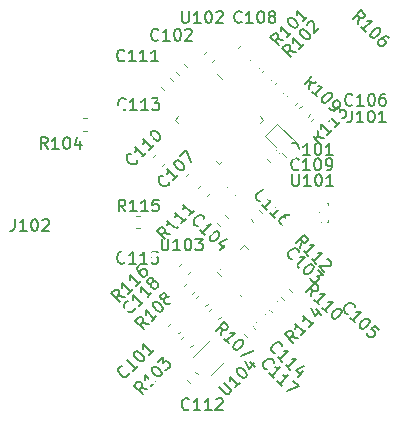
<source format=gbr>
%TF.GenerationSoftware,KiCad,Pcbnew,5.99.0-unknown-6252493~100~ubuntu19.10.1*%
%TF.CreationDate,2020-03-05T21:14:29+01:00*%
%TF.ProjectId,TDR_gen3_pod,5444525f-6765-46e3-935f-706f642e6b69,rev?*%
%TF.SameCoordinates,PX82bfae0PY6cf5110*%
%TF.FileFunction,Legend,Top*%
%TF.FilePolarity,Positive*%
%FSLAX46Y46*%
G04 Gerber Fmt 4.6, Leading zero omitted, Abs format (unit mm)*
G04 Created by KiCad (PCBNEW 5.99.0-unknown-6252493~100~ubuntu19.10.1) date 2020-03-05 21:14:29*
%MOMM*%
%LPD*%
G01*
G04 APERTURE LIST*
%ADD10C,0.120000*%
%ADD11C,0.100000*%
%ADD12C,0.150000*%
%ADD13C,0.200000*%
%ADD14C,1.000000*%
%ADD15C,5.702000*%
%ADD16R,5.102000X14.102000*%
%ADD17C,0.602000*%
%ADD18C,3.102000*%
%ADD19R,5.102000X0.512000*%
%ADD20R,5.102000X6.102000*%
%ADD21C,0.352000*%
%ADD22C,0.412000*%
%ADD23R,3.102000X0.702000*%
%ADD24R,2.302000X0.542000*%
%ADD25R,2.702000X0.702000*%
%ADD26R,0.402000X0.577000*%
%ADD27R,0.202000X0.852000*%
%ADD28R,0.402000X0.252000*%
%ADD29R,0.452000X0.452000*%
%ADD30R,0.452000X0.552000*%
%ADD31C,0.552000*%
G04 APERTURE END LIST*
D10*
%TO.C,R112*%
X25718271Y16960480D02*
X25960480Y16718271D01*
X26439520Y17681729D02*
X26681729Y17439520D01*
%TO.C,C115*%
X24439520Y18968271D02*
X24681729Y19210480D01*
X23718271Y19689520D02*
X23960480Y19931729D01*
%TO.C,C118*%
X20074553Y11308238D02*
X20316762Y11550447D01*
X20795802Y10586989D02*
X21038011Y10829198D01*
%TO.C,C117*%
X25410480Y6949553D02*
X25168271Y7191762D01*
X26131729Y7670802D02*
X25889520Y7913011D01*
%TO.C,U102*%
X26512741Y25645585D02*
X26795584Y25362742D01*
X26795584Y25362742D02*
X26512741Y25079899D01*
X22765075Y21897919D02*
X23047918Y21615076D01*
X23047918Y21615076D02*
X23330761Y21897919D01*
X19583095Y25079899D02*
X19300252Y25362742D01*
X19300252Y25362742D02*
X19583095Y25645585D01*
X23330761Y28827565D02*
X22906497Y29251829D01*
%TO.C,U104*%
X20872478Y5280643D02*
X22286692Y6694857D01*
X23432205Y4842237D02*
X22371544Y3781577D01*
%TO.C,U103*%
X25485876Y10508992D02*
X25150000Y10173116D01*
X25150000Y10173116D02*
X24814124Y10508992D01*
X24814124Y14391008D02*
X25150000Y14726884D01*
X25150000Y14726884D02*
X25485876Y14391008D01*
X23208992Y12785876D02*
X22873116Y12450000D01*
X22873116Y12450000D02*
X23208992Y12114124D01*
X27091008Y12114124D02*
X27426884Y12450000D01*
D11*
%TO.C,U101*%
X31475000Y17300000D02*
X31475000Y17700000D01*
X31475000Y16700000D02*
X31475000Y16800000D01*
X32275000Y16700000D02*
X32175000Y16700000D01*
X32275000Y17150000D02*
X32275000Y16700000D01*
X32275000Y18300000D02*
X32175000Y18300000D01*
X31475000Y18300000D02*
X31675000Y18300000D01*
X31475000Y18200000D02*
X31475000Y18300000D01*
X31675000Y16700000D02*
X31475000Y16700000D01*
X32275000Y18300000D02*
X32275000Y17850000D01*
D10*
%TO.C,R116*%
X20631729Y12510480D02*
X20389520Y12268271D01*
X19910480Y13231729D02*
X19668271Y12989520D01*
%TO.C,R115*%
X16028733Y16190000D02*
X16371267Y16190000D01*
X16028733Y17210000D02*
X16371267Y17210000D01*
%TO.C,R114*%
X27249210Y9275987D02*
X27491419Y9033778D01*
X27970459Y9997236D02*
X28212668Y9755027D01*
%TO.C,R113*%
X31558238Y24536989D02*
X31800447Y24779198D01*
X30836989Y25258238D02*
X31079198Y25500447D01*
%TO.C,R111*%
X21535606Y19834063D02*
X21293397Y19591854D01*
X22256855Y19112814D02*
X22014646Y18870605D01*
%TO.C,R109*%
X30539520Y25593271D02*
X30781729Y25835480D01*
X29818271Y26314520D02*
X30060480Y26556729D01*
%TO.C,R108*%
X21836308Y9546431D02*
X22078517Y9788640D01*
X21115059Y10267680D02*
X21357268Y10509889D01*
%TO.C,R107*%
X22932324Y8450415D02*
X23174533Y8692624D01*
X22211075Y9171664D02*
X22453284Y9413873D01*
%TO.C,R106*%
X29508238Y26618271D02*
X29750447Y26860480D01*
X28786989Y27339520D02*
X29029198Y27581729D01*
%TO.C,R104*%
X11871267Y25460000D02*
X11528733Y25460000D01*
X11871267Y24440000D02*
X11528733Y24440000D01*
%TO.C,R103*%
X20563516Y6081608D02*
X20805725Y6323817D01*
X19842267Y6802857D02*
X20084476Y7045066D01*
%TO.C,R102*%
X27441690Y28681712D02*
X27683899Y28923921D01*
X26720441Y29402961D02*
X26962650Y29645170D01*
%TO.C,R101*%
X26416386Y29707016D02*
X26658595Y29949225D01*
X25695137Y30428265D02*
X25937346Y30670474D01*
%TO.C,D101*%
X29729127Y23260320D02*
X27989644Y24999803D01*
X27989644Y24999803D02*
X26950197Y23960356D01*
X26950197Y23960356D02*
X28689680Y22220873D01*
%TO.C,C114*%
X26197389Y8224166D02*
X26439598Y7981957D01*
X26918638Y8945415D02*
X27160847Y8703206D01*
%TO.C,C113*%
X19110230Y28607465D02*
X18868021Y28849674D01*
X18388981Y27886216D02*
X18146772Y28128425D01*
%TO.C,C112*%
X21281729Y3789520D02*
X21039520Y4031729D01*
X20560480Y3068271D02*
X20318271Y3310480D01*
%TO.C,C111*%
X20347667Y29844902D02*
X20105458Y30087111D01*
X19626418Y29123653D02*
X19384209Y29365862D01*
%TO.C,C110*%
X17710480Y22431729D02*
X17468271Y22189520D01*
X18431729Y21710480D02*
X18189520Y21468271D01*
%TO.C,C109*%
X27136684Y22041457D02*
X27378893Y21799248D01*
X27857933Y22762706D02*
X28100142Y22520497D01*
%TO.C,C108*%
X25391081Y30732321D02*
X25633290Y30974530D01*
X24669832Y31453570D02*
X24912041Y31695779D01*
%TO.C,C107*%
X20510301Y20859368D02*
X20268092Y20617159D01*
X21231550Y20138119D02*
X20989341Y19895910D01*
%TO.C,C106*%
X28466995Y27656407D02*
X28709204Y27898616D01*
X27745746Y28377656D02*
X27987955Y28619865D01*
%TO.C,C105*%
X28283354Y10310131D02*
X28525563Y10067922D01*
X29004603Y11031380D02*
X29246812Y10789171D01*
%TO.C,C104*%
X23813011Y17058238D02*
X23570802Y17300447D01*
X23091762Y16336989D02*
X22849553Y16579198D01*
%TO.C,C102*%
X22012903Y31200804D02*
X21770694Y30958595D01*
X22734152Y30479555D02*
X22491943Y30237346D01*
%TO.C,C101*%
X18988460Y8141081D02*
X18746251Y7898872D01*
X19709709Y7419832D02*
X19467500Y7177623D01*
%TO.C,R112*%
D12*
X29938832Y14521406D02*
X30039847Y15093826D01*
X29534771Y14925467D02*
X30241877Y15632574D01*
X30511251Y15363200D01*
X30544923Y15262185D01*
X30544923Y15194841D01*
X30511251Y15093826D01*
X30410236Y14992811D01*
X30309221Y14959139D01*
X30241877Y14959139D01*
X30140862Y14992811D01*
X29871488Y15262185D01*
X30612267Y13847971D02*
X30208206Y14252032D01*
X30410236Y14050001D02*
X31117343Y14757108D01*
X30948984Y14723437D01*
X30814297Y14723437D01*
X30713282Y14757108D01*
X31285702Y13174536D02*
X30881641Y13578597D01*
X31083671Y13376566D02*
X31790778Y14083673D01*
X31622419Y14050001D01*
X31487732Y14050002D01*
X31386717Y14083673D01*
X32194839Y13544925D02*
X32262183Y13544925D01*
X32363198Y13511253D01*
X32531557Y13342895D01*
X32565228Y13241879D01*
X32565228Y13174536D01*
X32531557Y13073521D01*
X32464213Y13006177D01*
X32329526Y12938834D01*
X31521404Y12938834D01*
X31959137Y12501101D01*
%TO.C,C115*%
X15055952Y13267858D02*
X15008333Y13220239D01*
X14865476Y13172620D01*
X14770238Y13172620D01*
X14627380Y13220239D01*
X14532142Y13315477D01*
X14484523Y13410715D01*
X14436904Y13601191D01*
X14436904Y13744048D01*
X14484523Y13934524D01*
X14532142Y14029762D01*
X14627380Y14125000D01*
X14770238Y14172620D01*
X14865476Y14172620D01*
X15008333Y14125000D01*
X15055952Y14077381D01*
X16008333Y13172620D02*
X15436904Y13172620D01*
X15722619Y13172620D02*
X15722619Y14172620D01*
X15627380Y14029762D01*
X15532142Y13934524D01*
X15436904Y13886905D01*
X16960714Y13172620D02*
X16389285Y13172620D01*
X16675000Y13172620D02*
X16675000Y14172620D01*
X16579761Y14029762D01*
X16484523Y13934524D01*
X16389285Y13886905D01*
X17865476Y14172620D02*
X17389285Y14172620D01*
X17341666Y13696429D01*
X17389285Y13744048D01*
X17484523Y13791667D01*
X17722619Y13791667D01*
X17817857Y13744048D01*
X17865476Y13696429D01*
X17913095Y13601191D01*
X17913095Y13363096D01*
X17865476Y13267858D01*
X17817857Y13220239D01*
X17722619Y13172620D01*
X17484523Y13172620D01*
X17389285Y13220239D01*
X17341666Y13267858D01*
%TO.C,C118*%
X15911251Y9406176D02*
X15911251Y9338833D01*
X15843908Y9204146D01*
X15776564Y9136802D01*
X15641877Y9069459D01*
X15507190Y9069459D01*
X15406175Y9103130D01*
X15237816Y9204146D01*
X15136801Y9305161D01*
X15035786Y9473520D01*
X15002114Y9574535D01*
X15002114Y9709222D01*
X15069458Y9843909D01*
X15136801Y9911252D01*
X15271488Y9978596D01*
X15338832Y9978596D01*
X16652030Y10012268D02*
X16247969Y9608207D01*
X16450000Y9810237D02*
X15742893Y10517344D01*
X15776564Y10348985D01*
X15776564Y10214298D01*
X15742893Y10113283D01*
X17325465Y10685703D02*
X16921404Y10281642D01*
X17123435Y10483672D02*
X16416328Y11190779D01*
X16450000Y11022420D01*
X16450000Y10887733D01*
X16416328Y10786718D01*
X17325465Y11493825D02*
X17224450Y11460153D01*
X17157106Y11460153D01*
X17056091Y11493825D01*
X17022419Y11527497D01*
X16988748Y11628512D01*
X16988748Y11695855D01*
X17022419Y11796871D01*
X17157106Y11931558D01*
X17258122Y11965229D01*
X17325465Y11965229D01*
X17426480Y11931558D01*
X17460152Y11897886D01*
X17493824Y11796871D01*
X17493824Y11729527D01*
X17460152Y11628512D01*
X17325465Y11493825D01*
X17291793Y11392810D01*
X17291793Y11325466D01*
X17325465Y11224451D01*
X17460152Y11089764D01*
X17561167Y11056092D01*
X17628511Y11056092D01*
X17729526Y11089764D01*
X17864213Y11224451D01*
X17897885Y11325466D01*
X17897885Y11392810D01*
X17864213Y11493825D01*
X17729526Y11628512D01*
X17628511Y11662184D01*
X17561167Y11662184D01*
X17460152Y11628512D01*
%TO.C,C117*%
X27106174Y4213749D02*
X27038831Y4213749D01*
X26904144Y4281092D01*
X26836800Y4348436D01*
X26769457Y4483123D01*
X26769457Y4617810D01*
X26803128Y4718825D01*
X26904144Y4887184D01*
X27005159Y4988199D01*
X27173518Y5089214D01*
X27274533Y5122886D01*
X27409220Y5122886D01*
X27543907Y5055542D01*
X27611250Y4988199D01*
X27678594Y4853512D01*
X27678594Y4786168D01*
X27712266Y3472970D02*
X27308205Y3877031D01*
X27510235Y3675000D02*
X28217342Y4382107D01*
X28048983Y4348436D01*
X27914296Y4348436D01*
X27813281Y4382107D01*
X28385701Y2799535D02*
X27981640Y3203596D01*
X28183670Y3001565D02*
X28890777Y3708672D01*
X28722418Y3675000D01*
X28587731Y3675001D01*
X28486716Y3708672D01*
X29328510Y3270939D02*
X29799914Y2799535D01*
X28789762Y2395474D01*
%TO.C,J101*%
D13*
X34264285Y26122620D02*
X34264285Y25408334D01*
X34216666Y25265477D01*
X34121428Y25170239D01*
X33978571Y25122620D01*
X33883333Y25122620D01*
X35264285Y25122620D02*
X34692857Y25122620D01*
X34978571Y25122620D02*
X34978571Y26122620D01*
X34883333Y25979762D01*
X34788095Y25884524D01*
X34692857Y25836905D01*
X35883333Y26122620D02*
X35978571Y26122620D01*
X36073809Y26075000D01*
X36121428Y26027381D01*
X36169047Y25932143D01*
X36216666Y25741667D01*
X36216666Y25503572D01*
X36169047Y25313096D01*
X36121428Y25217858D01*
X36073809Y25170239D01*
X35978571Y25122620D01*
X35883333Y25122620D01*
X35788095Y25170239D01*
X35740476Y25217858D01*
X35692857Y25313096D01*
X35645238Y25503572D01*
X35645238Y25741667D01*
X35692857Y25932143D01*
X35740476Y26027381D01*
X35788095Y26075000D01*
X35883333Y26122620D01*
X37169047Y25122620D02*
X36597619Y25122620D01*
X36883333Y25122620D02*
X36883333Y26122620D01*
X36788095Y25979762D01*
X36692857Y25884524D01*
X36597619Y25836905D01*
%TO.C,C103*%
D12*
X29206175Y13563749D02*
X29138832Y13563749D01*
X29004145Y13631092D01*
X28936801Y13698436D01*
X28869458Y13833123D01*
X28869458Y13967810D01*
X28903129Y14068825D01*
X29004145Y14237184D01*
X29105160Y14338199D01*
X29273519Y14439214D01*
X29374534Y14472886D01*
X29509221Y14472886D01*
X29643908Y14405542D01*
X29711251Y14338199D01*
X29778595Y14203512D01*
X29778595Y14136168D01*
X29812267Y12822970D02*
X29408206Y13227031D01*
X29610236Y13025000D02*
X30317343Y13732107D01*
X30148984Y13698436D01*
X30014297Y13698436D01*
X29913282Y13732107D01*
X30957106Y13092344D02*
X31024450Y13025000D01*
X31058122Y12923985D01*
X31058122Y12856642D01*
X31024450Y12755626D01*
X30923435Y12587268D01*
X30755076Y12418909D01*
X30586717Y12317894D01*
X30485702Y12284222D01*
X30418358Y12284222D01*
X30317343Y12317894D01*
X30250000Y12385237D01*
X30216328Y12486252D01*
X30216328Y12553596D01*
X30250000Y12654611D01*
X30351015Y12822970D01*
X30519374Y12991329D01*
X30687732Y13092344D01*
X30788748Y13126016D01*
X30856091Y13126016D01*
X30957106Y13092344D01*
X31428511Y12620939D02*
X31866244Y12183207D01*
X31361167Y12149535D01*
X31462183Y12048520D01*
X31495854Y11947504D01*
X31495854Y11880161D01*
X31462183Y11779146D01*
X31293824Y11610787D01*
X31192809Y11577115D01*
X31125465Y11577115D01*
X31024450Y11610787D01*
X30822419Y11812817D01*
X30788748Y11913833D01*
X30788748Y11981176D01*
%TO.C,U102*%
X19910714Y34547620D02*
X19910714Y33738096D01*
X19958333Y33642858D01*
X20005952Y33595239D01*
X20101190Y33547620D01*
X20291666Y33547620D01*
X20386904Y33595239D01*
X20434523Y33642858D01*
X20482142Y33738096D01*
X20482142Y34547620D01*
X21482142Y33547620D02*
X20910714Y33547620D01*
X21196428Y33547620D02*
X21196428Y34547620D01*
X21101190Y34404762D01*
X21005952Y34309524D01*
X20910714Y34261905D01*
X22101190Y34547620D02*
X22196428Y34547620D01*
X22291666Y34500000D01*
X22339285Y34452381D01*
X22386904Y34357143D01*
X22434523Y34166667D01*
X22434523Y33928572D01*
X22386904Y33738096D01*
X22339285Y33642858D01*
X22291666Y33595239D01*
X22196428Y33547620D01*
X22101190Y33547620D01*
X22005952Y33595239D01*
X21958333Y33642858D01*
X21910714Y33738096D01*
X21863095Y33928572D01*
X21863095Y34166667D01*
X21910714Y34357143D01*
X21958333Y34452381D01*
X22005952Y34500000D01*
X22101190Y34547620D01*
X22815476Y34452381D02*
X22863095Y34500000D01*
X22958333Y34547620D01*
X23196428Y34547620D01*
X23291666Y34500000D01*
X23339285Y34452381D01*
X23386904Y34357143D01*
X23386904Y34261905D01*
X23339285Y34119048D01*
X22767857Y33547620D01*
X23386904Y33547620D01*
%TO.C,J102*%
X5764285Y16947620D02*
X5764285Y16233334D01*
X5716666Y16090477D01*
X5621428Y15995239D01*
X5478571Y15947620D01*
X5383333Y15947620D01*
X6764285Y15947620D02*
X6192857Y15947620D01*
X6478571Y15947620D02*
X6478571Y16947620D01*
X6383333Y16804762D01*
X6288095Y16709524D01*
X6192857Y16661905D01*
X7383333Y16947620D02*
X7478571Y16947620D01*
X7573809Y16900000D01*
X7621428Y16852381D01*
X7669047Y16757143D01*
X7716666Y16566667D01*
X7716666Y16328572D01*
X7669047Y16138096D01*
X7621428Y16042858D01*
X7573809Y15995239D01*
X7478571Y15947620D01*
X7383333Y15947620D01*
X7288095Y15995239D01*
X7240476Y16042858D01*
X7192857Y16138096D01*
X7145238Y16328572D01*
X7145238Y16566667D01*
X7192857Y16757143D01*
X7240476Y16852381D01*
X7288095Y16900000D01*
X7383333Y16947620D01*
X8097619Y16852381D02*
X8145238Y16900000D01*
X8240476Y16947620D01*
X8478571Y16947620D01*
X8573809Y16900000D01*
X8621428Y16852381D01*
X8669047Y16757143D01*
X8669047Y16661905D01*
X8621428Y16519048D01*
X8050000Y15947620D01*
X8669047Y15947620D01*
%TO.C,U104*%
X23025591Y2700043D02*
X23598011Y2127623D01*
X23699026Y2093951D01*
X23766370Y2093951D01*
X23867385Y2127623D01*
X24002072Y2262310D01*
X24035744Y2363325D01*
X24035744Y2430669D01*
X24002072Y2531684D01*
X23429652Y3104104D01*
X24843866Y3104104D02*
X24439805Y2700043D01*
X24641835Y2902073D02*
X23934729Y3609180D01*
X23968400Y3440821D01*
X23968400Y3306134D01*
X23934729Y3205119D01*
X24574492Y4248943D02*
X24641835Y4316287D01*
X24742851Y4349958D01*
X24810194Y4349958D01*
X24911209Y4316287D01*
X25079568Y4215271D01*
X25247927Y4046913D01*
X25348942Y3878554D01*
X25382614Y3777539D01*
X25382614Y3710195D01*
X25348942Y3609180D01*
X25281599Y3541836D01*
X25180583Y3508165D01*
X25113240Y3508165D01*
X25012225Y3541836D01*
X24843866Y3642852D01*
X24675507Y3811210D01*
X24574492Y3979569D01*
X24540820Y4080584D01*
X24540820Y4147928D01*
X24574492Y4248943D01*
X25651988Y4855035D02*
X26123392Y4383630D01*
X25214255Y4956050D02*
X25550973Y4282615D01*
X25988705Y4720348D01*
%TO.C,U103*%
X18185714Y15297620D02*
X18185714Y14488096D01*
X18233333Y14392858D01*
X18280952Y14345239D01*
X18376190Y14297620D01*
X18566666Y14297620D01*
X18661904Y14345239D01*
X18709523Y14392858D01*
X18757142Y14488096D01*
X18757142Y15297620D01*
X19757142Y14297620D02*
X19185714Y14297620D01*
X19471428Y14297620D02*
X19471428Y15297620D01*
X19376190Y15154762D01*
X19280952Y15059524D01*
X19185714Y15011905D01*
X20376190Y15297620D02*
X20471428Y15297620D01*
X20566666Y15250000D01*
X20614285Y15202381D01*
X20661904Y15107143D01*
X20709523Y14916667D01*
X20709523Y14678572D01*
X20661904Y14488096D01*
X20614285Y14392858D01*
X20566666Y14345239D01*
X20471428Y14297620D01*
X20376190Y14297620D01*
X20280952Y14345239D01*
X20233333Y14392858D01*
X20185714Y14488096D01*
X20138095Y14678572D01*
X20138095Y14916667D01*
X20185714Y15107143D01*
X20233333Y15202381D01*
X20280952Y15250000D01*
X20376190Y15297620D01*
X21042857Y15297620D02*
X21661904Y15297620D01*
X21328571Y14916667D01*
X21471428Y14916667D01*
X21566666Y14869048D01*
X21614285Y14821429D01*
X21661904Y14726191D01*
X21661904Y14488096D01*
X21614285Y14392858D01*
X21566666Y14345239D01*
X21471428Y14297620D01*
X21185714Y14297620D01*
X21090476Y14345239D01*
X21042857Y14392858D01*
%TO.C,U101*%
X29235714Y20747620D02*
X29235714Y19938096D01*
X29283333Y19842858D01*
X29330952Y19795239D01*
X29426190Y19747620D01*
X29616666Y19747620D01*
X29711904Y19795239D01*
X29759523Y19842858D01*
X29807142Y19938096D01*
X29807142Y20747620D01*
X30807142Y19747620D02*
X30235714Y19747620D01*
X30521428Y19747620D02*
X30521428Y20747620D01*
X30426190Y20604762D01*
X30330952Y20509524D01*
X30235714Y20461905D01*
X31426190Y20747620D02*
X31521428Y20747620D01*
X31616666Y20700000D01*
X31664285Y20652381D01*
X31711904Y20557143D01*
X31759523Y20366667D01*
X31759523Y20128572D01*
X31711904Y19938096D01*
X31664285Y19842858D01*
X31616666Y19795239D01*
X31521428Y19747620D01*
X31426190Y19747620D01*
X31330952Y19795239D01*
X31283333Y19842858D01*
X31235714Y19938096D01*
X31188095Y20128572D01*
X31188095Y20366667D01*
X31235714Y20557143D01*
X31283333Y20652381D01*
X31330952Y20700000D01*
X31426190Y20747620D01*
X32711904Y19747620D02*
X32140476Y19747620D01*
X32426190Y19747620D02*
X32426190Y20747620D01*
X32330952Y20604762D01*
X32235714Y20509524D01*
X32140476Y20461905D01*
%TO.C,R116*%
X15053595Y10363833D02*
X14481175Y10464848D01*
X14649534Y9959772D02*
X13942427Y10666878D01*
X14211801Y10936252D01*
X14312816Y10969924D01*
X14380160Y10969924D01*
X14481175Y10936252D01*
X14582190Y10835237D01*
X14615862Y10734222D01*
X14615862Y10666878D01*
X14582190Y10565863D01*
X14312816Y10296489D01*
X15727030Y11037268D02*
X15322969Y10633207D01*
X15525000Y10835237D02*
X14817893Y11542344D01*
X14851564Y11373985D01*
X14851564Y11239298D01*
X14817893Y11138283D01*
X16400465Y11710703D02*
X15996404Y11306642D01*
X16198435Y11508672D02*
X15491328Y12215779D01*
X15525000Y12047420D01*
X15525000Y11912733D01*
X15491328Y11811718D01*
X16299450Y13023901D02*
X16164763Y12889214D01*
X16131091Y12788199D01*
X16131091Y12720855D01*
X16164763Y12552497D01*
X16265778Y12384138D01*
X16535152Y12114764D01*
X16636167Y12081092D01*
X16703511Y12081092D01*
X16804526Y12114764D01*
X16939213Y12249451D01*
X16972885Y12350466D01*
X16972885Y12417810D01*
X16939213Y12518825D01*
X16770854Y12687184D01*
X16669839Y12720855D01*
X16602496Y12720855D01*
X16501480Y12687184D01*
X16366793Y12552497D01*
X16333122Y12451481D01*
X16333122Y12384138D01*
X16366793Y12283123D01*
%TO.C,R115*%
X15120952Y17597620D02*
X14787619Y18073810D01*
X14549523Y17597620D02*
X14549523Y18597620D01*
X14930476Y18597620D01*
X15025714Y18550000D01*
X15073333Y18502381D01*
X15120952Y18407143D01*
X15120952Y18264286D01*
X15073333Y18169048D01*
X15025714Y18121429D01*
X14930476Y18073810D01*
X14549523Y18073810D01*
X16073333Y17597620D02*
X15501904Y17597620D01*
X15787619Y17597620D02*
X15787619Y18597620D01*
X15692380Y18454762D01*
X15597142Y18359524D01*
X15501904Y18311905D01*
X17025714Y17597620D02*
X16454285Y17597620D01*
X16740000Y17597620D02*
X16740000Y18597620D01*
X16644761Y18454762D01*
X16549523Y18359524D01*
X16454285Y18311905D01*
X17930476Y18597620D02*
X17454285Y18597620D01*
X17406666Y18121429D01*
X17454285Y18169048D01*
X17549523Y18216667D01*
X17787619Y18216667D01*
X17882857Y18169048D01*
X17930476Y18121429D01*
X17978095Y18026191D01*
X17978095Y17788096D01*
X17930476Y17692858D01*
X17882857Y17645239D01*
X17787619Y17597620D01*
X17549523Y17597620D01*
X17454285Y17645239D01*
X17406666Y17692858D01*
%TO.C,R114*%
X29753595Y6888833D02*
X29181175Y6989848D01*
X29349534Y6484772D02*
X28642427Y7191878D01*
X28911801Y7461252D01*
X29012816Y7494924D01*
X29080160Y7494924D01*
X29181175Y7461252D01*
X29282190Y7360237D01*
X29315862Y7259222D01*
X29315862Y7191878D01*
X29282190Y7090863D01*
X29012816Y6821489D01*
X30427030Y7562268D02*
X30022969Y7158207D01*
X30225000Y7360237D02*
X29517893Y8067344D01*
X29551564Y7898985D01*
X29551564Y7764298D01*
X29517893Y7663283D01*
X31100465Y8235703D02*
X30696404Y7831642D01*
X30898435Y8033672D02*
X30191328Y8740779D01*
X30225000Y8572420D01*
X30225000Y8437733D01*
X30191328Y8336718D01*
X31235152Y9313199D02*
X31706557Y8841794D01*
X30797419Y9414214D02*
X31134137Y8740779D01*
X31571870Y9178512D01*
%TO.C,R113*%
X31903595Y23813833D02*
X31331175Y23914848D01*
X31499534Y23409772D02*
X30792427Y24116878D01*
X31061801Y24386252D01*
X31162816Y24419924D01*
X31230160Y24419924D01*
X31331175Y24386252D01*
X31432190Y24285237D01*
X31465862Y24184222D01*
X31465862Y24116878D01*
X31432190Y24015863D01*
X31162816Y23746489D01*
X32577030Y24487268D02*
X32172969Y24083207D01*
X32375000Y24285237D02*
X31667893Y24992344D01*
X31701564Y24823985D01*
X31701564Y24689298D01*
X31667893Y24588283D01*
X33250465Y25160703D02*
X32846404Y24756642D01*
X33048435Y24958672D02*
X32341328Y25665779D01*
X32375000Y25497420D01*
X32375000Y25362733D01*
X32341328Y25261718D01*
X32779061Y26103512D02*
X33216793Y26541245D01*
X33250465Y26036168D01*
X33351480Y26137184D01*
X33452496Y26170855D01*
X33519839Y26170855D01*
X33620854Y26137184D01*
X33789213Y25968825D01*
X33822885Y25867810D01*
X33822885Y25800466D01*
X33789213Y25699451D01*
X33587183Y25497420D01*
X33486167Y25463749D01*
X33418824Y25463749D01*
%TO.C,R111*%
X18903596Y15638833D02*
X18331176Y15739848D01*
X18499535Y15234772D02*
X17792428Y15941878D01*
X18061802Y16211252D01*
X18162817Y16244924D01*
X18230161Y16244924D01*
X18331176Y16211252D01*
X18432191Y16110237D01*
X18465863Y16009222D01*
X18465863Y15941878D01*
X18432191Y15840863D01*
X18162817Y15571489D01*
X19577031Y16312268D02*
X19172970Y15908207D01*
X19375001Y16110237D02*
X18667894Y16817344D01*
X18701565Y16648985D01*
X18701565Y16514298D01*
X18667894Y16413283D01*
X20250466Y16985703D02*
X19846405Y16581642D01*
X20048436Y16783672D02*
X19341329Y17490779D01*
X19375001Y17322420D01*
X19375001Y17187733D01*
X19341329Y17086718D01*
X20923901Y17659138D02*
X20519840Y17255077D01*
X20721871Y17457107D02*
X20014764Y18164214D01*
X20048436Y17995855D01*
X20048436Y17861168D01*
X20014764Y17760153D01*
%TO.C,R110*%
X30838832Y10396404D02*
X30939847Y10968824D01*
X30434771Y10800465D02*
X31141877Y11507572D01*
X31411251Y11238198D01*
X31444923Y11137183D01*
X31444923Y11069839D01*
X31411251Y10968824D01*
X31310236Y10867809D01*
X31209221Y10834137D01*
X31141877Y10834137D01*
X31040862Y10867809D01*
X30771488Y11137183D01*
X31512267Y9722969D02*
X31108206Y10127030D01*
X31310236Y9924999D02*
X32017343Y10632106D01*
X31848984Y10598435D01*
X31714297Y10598435D01*
X31613282Y10632106D01*
X32185702Y9049534D02*
X31781641Y9453595D01*
X31983671Y9251564D02*
X32690778Y9958671D01*
X32522419Y9924999D01*
X32387732Y9925000D01*
X32286717Y9958671D01*
X33330541Y9318908D02*
X33397885Y9251564D01*
X33431557Y9150549D01*
X33431557Y9083206D01*
X33397885Y8982190D01*
X33296870Y8813832D01*
X33128511Y8645473D01*
X32960152Y8544458D01*
X32859137Y8510786D01*
X32791793Y8510786D01*
X32690778Y8544458D01*
X32623435Y8611801D01*
X32589763Y8712816D01*
X32589763Y8780160D01*
X32623435Y8881175D01*
X32724450Y9049534D01*
X32892809Y9217893D01*
X33061167Y9318908D01*
X33162183Y9352580D01*
X33229526Y9352580D01*
X33330541Y9318908D01*
%TO.C,R109*%
X30688832Y27996405D02*
X30789847Y28568825D01*
X30284771Y28400466D02*
X30991877Y29107573D01*
X31261251Y28838199D01*
X31294923Y28737184D01*
X31294923Y28669840D01*
X31261251Y28568825D01*
X31160236Y28467810D01*
X31059221Y28434138D01*
X30991877Y28434138D01*
X30890862Y28467810D01*
X30621488Y28737184D01*
X31362267Y27322970D02*
X30958206Y27727031D01*
X31160236Y27525000D02*
X31867343Y28232107D01*
X31698984Y28198436D01*
X31564297Y28198436D01*
X31463282Y28232107D01*
X32507106Y27592344D02*
X32574450Y27525000D01*
X32608122Y27423985D01*
X32608122Y27356642D01*
X32574450Y27255626D01*
X32473435Y27087268D01*
X32305076Y26918909D01*
X32136717Y26817894D01*
X32035702Y26784222D01*
X31968358Y26784222D01*
X31867343Y26817894D01*
X31800000Y26885237D01*
X31766328Y26986252D01*
X31766328Y27053596D01*
X31800000Y27154611D01*
X31901015Y27322970D01*
X32069374Y27491329D01*
X32237732Y27592344D01*
X32338748Y27626016D01*
X32406091Y27626016D01*
X32507106Y27592344D01*
X32372419Y26312817D02*
X32507106Y26178130D01*
X32608122Y26144459D01*
X32675465Y26144459D01*
X32843824Y26178130D01*
X33012183Y26279146D01*
X33281557Y26548520D01*
X33315228Y26649535D01*
X33315228Y26716878D01*
X33281557Y26817894D01*
X33146870Y26952581D01*
X33045854Y26986252D01*
X32978511Y26986252D01*
X32877496Y26952581D01*
X32709137Y26784222D01*
X32675465Y26683207D01*
X32675465Y26615863D01*
X32709137Y26514848D01*
X32843824Y26380161D01*
X32944839Y26346489D01*
X33012183Y26346489D01*
X33113198Y26380161D01*
%TO.C,R108*%
X17078595Y8038833D02*
X16506175Y8139848D01*
X16674534Y7634772D02*
X15967427Y8341878D01*
X16236801Y8611252D01*
X16337816Y8644924D01*
X16405160Y8644924D01*
X16506175Y8611252D01*
X16607190Y8510237D01*
X16640862Y8409222D01*
X16640862Y8341878D01*
X16607190Y8240863D01*
X16337816Y7971489D01*
X17752030Y8712268D02*
X17347969Y8308207D01*
X17550000Y8510237D02*
X16842893Y9217344D01*
X16876564Y9048985D01*
X16876564Y8914298D01*
X16842893Y8813283D01*
X17482656Y9857107D02*
X17550000Y9924451D01*
X17651015Y9958123D01*
X17718358Y9958123D01*
X17819374Y9924451D01*
X17987732Y9823436D01*
X18156091Y9655077D01*
X18257106Y9486718D01*
X18290778Y9385703D01*
X18290778Y9318359D01*
X18257106Y9217344D01*
X18189763Y9150000D01*
X18088748Y9116329D01*
X18021404Y9116329D01*
X17920389Y9150000D01*
X17752030Y9251016D01*
X17583671Y9419375D01*
X17482656Y9587733D01*
X17448984Y9688749D01*
X17448984Y9756092D01*
X17482656Y9857107D01*
X18425465Y10193825D02*
X18324450Y10160153D01*
X18257106Y10160153D01*
X18156091Y10193825D01*
X18122419Y10227497D01*
X18088748Y10328512D01*
X18088748Y10395855D01*
X18122419Y10496871D01*
X18257106Y10631558D01*
X18358122Y10665229D01*
X18425465Y10665229D01*
X18526480Y10631558D01*
X18560152Y10597886D01*
X18593824Y10496871D01*
X18593824Y10429527D01*
X18560152Y10328512D01*
X18425465Y10193825D01*
X18391793Y10092810D01*
X18391793Y10025466D01*
X18425465Y9924451D01*
X18560152Y9789764D01*
X18661167Y9756092D01*
X18728511Y9756092D01*
X18829526Y9789764D01*
X18964213Y9924451D01*
X18997885Y10025466D01*
X18997885Y10092810D01*
X18964213Y10193825D01*
X18829526Y10328512D01*
X18728511Y10362184D01*
X18661167Y10362184D01*
X18560152Y10328512D01*
%TO.C,R107*%
X23188832Y7096405D02*
X23289847Y7668825D01*
X22784771Y7500466D02*
X23491877Y8207573D01*
X23761251Y7938199D01*
X23794923Y7837184D01*
X23794923Y7769840D01*
X23761251Y7668825D01*
X23660236Y7567810D01*
X23559221Y7534138D01*
X23491877Y7534138D01*
X23390862Y7567810D01*
X23121488Y7837184D01*
X23862267Y6422970D02*
X23458206Y6827031D01*
X23660236Y6625000D02*
X24367343Y7332107D01*
X24198984Y7298436D01*
X24064297Y7298436D01*
X23963282Y7332107D01*
X25007106Y6692344D02*
X25074450Y6625000D01*
X25108122Y6523985D01*
X25108122Y6456642D01*
X25074450Y6355626D01*
X24973435Y6187268D01*
X24805076Y6018909D01*
X24636717Y5917894D01*
X24535702Y5884222D01*
X24468358Y5884222D01*
X24367343Y5917894D01*
X24300000Y5985237D01*
X24266328Y6086252D01*
X24266328Y6153596D01*
X24300000Y6254611D01*
X24401015Y6422970D01*
X24569374Y6591329D01*
X24737732Y6692344D01*
X24838748Y6726016D01*
X24906091Y6726016D01*
X25007106Y6692344D01*
X25478511Y6220939D02*
X25949915Y5749535D01*
X24939763Y5345474D01*
%TO.C,R106*%
X34788832Y33496405D02*
X34889847Y34068825D01*
X34384771Y33900466D02*
X35091877Y34607573D01*
X35361251Y34338199D01*
X35394923Y34237184D01*
X35394923Y34169840D01*
X35361251Y34068825D01*
X35260236Y33967810D01*
X35159221Y33934138D01*
X35091877Y33934138D01*
X34990862Y33967810D01*
X34721488Y34237184D01*
X35462267Y32822970D02*
X35058206Y33227031D01*
X35260236Y33025000D02*
X35967343Y33732107D01*
X35798984Y33698436D01*
X35664297Y33698436D01*
X35563282Y33732107D01*
X36607106Y33092344D02*
X36674450Y33025000D01*
X36708122Y32923985D01*
X36708122Y32856642D01*
X36674450Y32755626D01*
X36573435Y32587268D01*
X36405076Y32418909D01*
X36236717Y32317894D01*
X36135702Y32284222D01*
X36068358Y32284222D01*
X35967343Y32317894D01*
X35900000Y32385237D01*
X35866328Y32486252D01*
X35866328Y32553596D01*
X35900000Y32654611D01*
X36001015Y32822970D01*
X36169374Y32991329D01*
X36337732Y33092344D01*
X36438748Y33126016D01*
X36506091Y33126016D01*
X36607106Y33092344D01*
X37448900Y32250550D02*
X37314213Y32385237D01*
X37213198Y32418909D01*
X37145854Y32418909D01*
X36977496Y32385237D01*
X36809137Y32284222D01*
X36539763Y32014848D01*
X36506091Y31913833D01*
X36506091Y31846489D01*
X36539763Y31745474D01*
X36674450Y31610787D01*
X36775465Y31577115D01*
X36842809Y31577115D01*
X36943824Y31610787D01*
X37112183Y31779146D01*
X37145854Y31880161D01*
X37145854Y31947504D01*
X37112183Y32048520D01*
X36977496Y32183207D01*
X36876480Y32216878D01*
X36809137Y32216878D01*
X36708122Y32183207D01*
%TO.C,R104*%
X8530952Y22872620D02*
X8197619Y23348810D01*
X7959523Y22872620D02*
X7959523Y23872620D01*
X8340476Y23872620D01*
X8435714Y23825000D01*
X8483333Y23777381D01*
X8530952Y23682143D01*
X8530952Y23539286D01*
X8483333Y23444048D01*
X8435714Y23396429D01*
X8340476Y23348810D01*
X7959523Y23348810D01*
X9483333Y22872620D02*
X8911904Y22872620D01*
X9197619Y22872620D02*
X9197619Y23872620D01*
X9102380Y23729762D01*
X9007142Y23634524D01*
X8911904Y23586905D01*
X10102380Y23872620D02*
X10197619Y23872620D01*
X10292857Y23825000D01*
X10340476Y23777381D01*
X10388095Y23682143D01*
X10435714Y23491667D01*
X10435714Y23253572D01*
X10388095Y23063096D01*
X10340476Y22967858D01*
X10292857Y22920239D01*
X10197619Y22872620D01*
X10102380Y22872620D01*
X10007142Y22920239D01*
X9959523Y22967858D01*
X9911904Y23063096D01*
X9864285Y23253572D01*
X9864285Y23491667D01*
X9911904Y23682143D01*
X9959523Y23777381D01*
X10007142Y23825000D01*
X10102380Y23872620D01*
X11292857Y23539286D02*
X11292857Y22872620D01*
X11054761Y23920239D02*
X10816666Y23205953D01*
X11435714Y23205953D01*
%TO.C,R103*%
X16978595Y2538833D02*
X16406175Y2639848D01*
X16574534Y2134772D02*
X15867427Y2841878D01*
X16136801Y3111252D01*
X16237816Y3144924D01*
X16305160Y3144924D01*
X16406175Y3111252D01*
X16507190Y3010237D01*
X16540862Y2909222D01*
X16540862Y2841878D01*
X16507190Y2740863D01*
X16237816Y2471489D01*
X17652030Y3212268D02*
X17247969Y2808207D01*
X17450000Y3010237D02*
X16742893Y3717344D01*
X16776564Y3548985D01*
X16776564Y3414298D01*
X16742893Y3313283D01*
X17382656Y4357107D02*
X17450000Y4424451D01*
X17551015Y4458123D01*
X17618358Y4458123D01*
X17719374Y4424451D01*
X17887732Y4323436D01*
X18056091Y4155077D01*
X18157106Y3986718D01*
X18190778Y3885703D01*
X18190778Y3818359D01*
X18157106Y3717344D01*
X18089763Y3650000D01*
X17988748Y3616329D01*
X17921404Y3616329D01*
X17820389Y3650000D01*
X17652030Y3751016D01*
X17483671Y3919375D01*
X17382656Y4087733D01*
X17348984Y4188749D01*
X17348984Y4256092D01*
X17382656Y4357107D01*
X17854061Y4828512D02*
X18291793Y5266245D01*
X18325465Y4761168D01*
X18426480Y4862184D01*
X18527496Y4895855D01*
X18594839Y4895855D01*
X18695854Y4862184D01*
X18864213Y4693825D01*
X18897885Y4592810D01*
X18897885Y4525466D01*
X18864213Y4424451D01*
X18662183Y4222420D01*
X18561167Y4188749D01*
X18493824Y4188749D01*
%TO.C,R102*%
X29528595Y31088833D02*
X28956175Y31189848D01*
X29124534Y30684772D02*
X28417427Y31391878D01*
X28686801Y31661252D01*
X28787816Y31694924D01*
X28855160Y31694924D01*
X28956175Y31661252D01*
X29057190Y31560237D01*
X29090862Y31459222D01*
X29090862Y31391878D01*
X29057190Y31290863D01*
X28787816Y31021489D01*
X30202030Y31762268D02*
X29797969Y31358207D01*
X30000000Y31560237D02*
X29292893Y32267344D01*
X29326564Y32098985D01*
X29326564Y31964298D01*
X29292893Y31863283D01*
X29932656Y32907107D02*
X30000000Y32974451D01*
X30101015Y33008123D01*
X30168358Y33008123D01*
X30269374Y32974451D01*
X30437732Y32873436D01*
X30606091Y32705077D01*
X30707106Y32536718D01*
X30740778Y32435703D01*
X30740778Y32368359D01*
X30707106Y32267344D01*
X30639763Y32200000D01*
X30538748Y32166329D01*
X30471404Y32166329D01*
X30370389Y32200000D01*
X30202030Y32301016D01*
X30033671Y32469375D01*
X29932656Y32637733D01*
X29898984Y32738749D01*
X29898984Y32806092D01*
X29932656Y32907107D01*
X30505076Y33344840D02*
X30505076Y33412184D01*
X30538748Y33513199D01*
X30707106Y33681558D01*
X30808122Y33715229D01*
X30875465Y33715229D01*
X30976480Y33681558D01*
X31043824Y33614214D01*
X31111167Y33479527D01*
X31111167Y32671405D01*
X31548900Y33109138D01*
%TO.C,R101*%
X28503595Y32063833D02*
X27931175Y32164848D01*
X28099534Y31659772D02*
X27392427Y32366878D01*
X27661801Y32636252D01*
X27762816Y32669924D01*
X27830160Y32669924D01*
X27931175Y32636252D01*
X28032190Y32535237D01*
X28065862Y32434222D01*
X28065862Y32366878D01*
X28032190Y32265863D01*
X27762816Y31996489D01*
X29177030Y32737268D02*
X28772969Y32333207D01*
X28975000Y32535237D02*
X28267893Y33242344D01*
X28301564Y33073985D01*
X28301564Y32939298D01*
X28267893Y32838283D01*
X28907656Y33882107D02*
X28975000Y33949451D01*
X29076015Y33983123D01*
X29143358Y33983123D01*
X29244374Y33949451D01*
X29412732Y33848436D01*
X29581091Y33680077D01*
X29682106Y33511718D01*
X29715778Y33410703D01*
X29715778Y33343359D01*
X29682106Y33242344D01*
X29614763Y33175000D01*
X29513748Y33141329D01*
X29446404Y33141329D01*
X29345389Y33175000D01*
X29177030Y33276016D01*
X29008671Y33444375D01*
X28907656Y33612733D01*
X28873984Y33713749D01*
X28873984Y33781092D01*
X28907656Y33882107D01*
X30523900Y34084138D02*
X30119839Y33680077D01*
X30321870Y33882107D02*
X29614763Y34589214D01*
X29648435Y34420855D01*
X29648435Y34286168D01*
X29614763Y34185153D01*
%TO.C,D101*%
X29234523Y22372620D02*
X29234523Y23372620D01*
X29472619Y23372620D01*
X29615476Y23325000D01*
X29710714Y23229762D01*
X29758333Y23134524D01*
X29805952Y22944048D01*
X29805952Y22801191D01*
X29758333Y22610715D01*
X29710714Y22515477D01*
X29615476Y22420239D01*
X29472619Y22372620D01*
X29234523Y22372620D01*
X30758333Y22372620D02*
X30186904Y22372620D01*
X30472619Y22372620D02*
X30472619Y23372620D01*
X30377380Y23229762D01*
X30282142Y23134524D01*
X30186904Y23086905D01*
X31377380Y23372620D02*
X31472619Y23372620D01*
X31567857Y23325000D01*
X31615476Y23277381D01*
X31663095Y23182143D01*
X31710714Y22991667D01*
X31710714Y22753572D01*
X31663095Y22563096D01*
X31615476Y22467858D01*
X31567857Y22420239D01*
X31472619Y22372620D01*
X31377380Y22372620D01*
X31282142Y22420239D01*
X31234523Y22467858D01*
X31186904Y22563096D01*
X31139285Y22753572D01*
X31139285Y22991667D01*
X31186904Y23182143D01*
X31234523Y23277381D01*
X31282142Y23325000D01*
X31377380Y23372620D01*
X32663095Y22372620D02*
X32091666Y22372620D01*
X32377380Y22372620D02*
X32377380Y23372620D01*
X32282142Y23229762D01*
X32186904Y23134524D01*
X32091666Y23086905D01*
%TO.C,C116*%
X26506175Y18463749D02*
X26438832Y18463749D01*
X26304145Y18531092D01*
X26236801Y18598436D01*
X26169458Y18733123D01*
X26169458Y18867810D01*
X26203129Y18968825D01*
X26304145Y19137184D01*
X26405160Y19238199D01*
X26573519Y19339214D01*
X26674534Y19372886D01*
X26809221Y19372886D01*
X26943908Y19305542D01*
X27011251Y19238199D01*
X27078595Y19103512D01*
X27078595Y19036168D01*
X27112267Y17722970D02*
X26708206Y18127031D01*
X26910236Y17925000D02*
X27617343Y18632107D01*
X27448984Y18598436D01*
X27314297Y18598436D01*
X27213282Y18632107D01*
X27785702Y17049535D02*
X27381641Y17453596D01*
X27583671Y17251565D02*
X28290778Y17958672D01*
X28122419Y17925000D01*
X27987732Y17925001D01*
X27886717Y17958672D01*
X29098900Y17150550D02*
X28964213Y17285237D01*
X28863198Y17318909D01*
X28795854Y17318909D01*
X28627496Y17285237D01*
X28459137Y17184222D01*
X28189763Y16914848D01*
X28156091Y16813833D01*
X28156091Y16746489D01*
X28189763Y16645474D01*
X28324450Y16510787D01*
X28425465Y16477115D01*
X28492809Y16477115D01*
X28593824Y16510787D01*
X28762183Y16679146D01*
X28795854Y16780161D01*
X28795854Y16847504D01*
X28762183Y16948520D01*
X28627496Y17083207D01*
X28526480Y17116878D01*
X28459137Y17116878D01*
X28358122Y17083207D01*
%TO.C,C114*%
X27806175Y5613749D02*
X27738832Y5613749D01*
X27604145Y5681092D01*
X27536801Y5748436D01*
X27469458Y5883123D01*
X27469458Y6017810D01*
X27503129Y6118825D01*
X27604145Y6287184D01*
X27705160Y6388199D01*
X27873519Y6489214D01*
X27974534Y6522886D01*
X28109221Y6522886D01*
X28243908Y6455542D01*
X28311251Y6388199D01*
X28378595Y6253512D01*
X28378595Y6186168D01*
X28412267Y4872970D02*
X28008206Y5277031D01*
X28210236Y5075000D02*
X28917343Y5782107D01*
X28748984Y5748436D01*
X28614297Y5748436D01*
X28513282Y5782107D01*
X29085702Y4199535D02*
X28681641Y4603596D01*
X28883671Y4401565D02*
X29590778Y5108672D01*
X29422419Y5075000D01*
X29287732Y5075001D01*
X29186717Y5108672D01*
X30163198Y4064848D02*
X29691793Y3593443D01*
X30264213Y4502581D02*
X29590778Y4165863D01*
X30028511Y3728130D01*
%TO.C,C113*%
X15130952Y26267858D02*
X15083333Y26220239D01*
X14940476Y26172620D01*
X14845238Y26172620D01*
X14702380Y26220239D01*
X14607142Y26315477D01*
X14559523Y26410715D01*
X14511904Y26601191D01*
X14511904Y26744048D01*
X14559523Y26934524D01*
X14607142Y27029762D01*
X14702380Y27125000D01*
X14845238Y27172620D01*
X14940476Y27172620D01*
X15083333Y27125000D01*
X15130952Y27077381D01*
X16083333Y26172620D02*
X15511904Y26172620D01*
X15797619Y26172620D02*
X15797619Y27172620D01*
X15702380Y27029762D01*
X15607142Y26934524D01*
X15511904Y26886905D01*
X17035714Y26172620D02*
X16464285Y26172620D01*
X16750000Y26172620D02*
X16750000Y27172620D01*
X16654761Y27029762D01*
X16559523Y26934524D01*
X16464285Y26886905D01*
X17369047Y27172620D02*
X17988095Y27172620D01*
X17654761Y26791667D01*
X17797619Y26791667D01*
X17892857Y26744048D01*
X17940476Y26696429D01*
X17988095Y26601191D01*
X17988095Y26363096D01*
X17940476Y26267858D01*
X17892857Y26220239D01*
X17797619Y26172620D01*
X17511904Y26172620D01*
X17416666Y26220239D01*
X17369047Y26267858D01*
%TO.C,C112*%
X20505952Y867858D02*
X20458333Y820239D01*
X20315476Y772620D01*
X20220238Y772620D01*
X20077380Y820239D01*
X19982142Y915477D01*
X19934523Y1010715D01*
X19886904Y1201191D01*
X19886904Y1344048D01*
X19934523Y1534524D01*
X19982142Y1629762D01*
X20077380Y1725000D01*
X20220238Y1772620D01*
X20315476Y1772620D01*
X20458333Y1725000D01*
X20505952Y1677381D01*
X21458333Y772620D02*
X20886904Y772620D01*
X21172619Y772620D02*
X21172619Y1772620D01*
X21077380Y1629762D01*
X20982142Y1534524D01*
X20886904Y1486905D01*
X22410714Y772620D02*
X21839285Y772620D01*
X22125000Y772620D02*
X22125000Y1772620D01*
X22029761Y1629762D01*
X21934523Y1534524D01*
X21839285Y1486905D01*
X22791666Y1677381D02*
X22839285Y1725000D01*
X22934523Y1772620D01*
X23172619Y1772620D01*
X23267857Y1725000D01*
X23315476Y1677381D01*
X23363095Y1582143D01*
X23363095Y1486905D01*
X23315476Y1344048D01*
X22744047Y772620D01*
X23363095Y772620D01*
%TO.C,C111*%
X15030952Y30392858D02*
X14983333Y30345239D01*
X14840476Y30297620D01*
X14745238Y30297620D01*
X14602380Y30345239D01*
X14507142Y30440477D01*
X14459523Y30535715D01*
X14411904Y30726191D01*
X14411904Y30869048D01*
X14459523Y31059524D01*
X14507142Y31154762D01*
X14602380Y31250000D01*
X14745238Y31297620D01*
X14840476Y31297620D01*
X14983333Y31250000D01*
X15030952Y31202381D01*
X15983333Y30297620D02*
X15411904Y30297620D01*
X15697619Y30297620D02*
X15697619Y31297620D01*
X15602380Y31154762D01*
X15507142Y31059524D01*
X15411904Y31011905D01*
X16935714Y30297620D02*
X16364285Y30297620D01*
X16650000Y30297620D02*
X16650000Y31297620D01*
X16554761Y31154762D01*
X16459523Y31059524D01*
X16364285Y31011905D01*
X17888095Y30297620D02*
X17316666Y30297620D01*
X17602380Y30297620D02*
X17602380Y31297620D01*
X17507142Y31154762D01*
X17411904Y31059524D01*
X17316666Y31011905D01*
%TO.C,C110*%
X16136251Y21906176D02*
X16136251Y21838833D01*
X16068908Y21704146D01*
X16001564Y21636802D01*
X15866877Y21569459D01*
X15732190Y21569459D01*
X15631175Y21603130D01*
X15462816Y21704146D01*
X15361801Y21805161D01*
X15260786Y21973520D01*
X15227114Y22074535D01*
X15227114Y22209222D01*
X15294458Y22343909D01*
X15361801Y22411252D01*
X15496488Y22478596D01*
X15563832Y22478596D01*
X16877030Y22512268D02*
X16472969Y22108207D01*
X16675000Y22310237D02*
X15967893Y23017344D01*
X16001564Y22848985D01*
X16001564Y22714298D01*
X15967893Y22613283D01*
X17550465Y23185703D02*
X17146404Y22781642D01*
X17348435Y22983672D02*
X16641328Y23690779D01*
X16675000Y23522420D01*
X16675000Y23387733D01*
X16641328Y23286718D01*
X17281091Y24330542D02*
X17348435Y24397886D01*
X17449450Y24431558D01*
X17516793Y24431558D01*
X17617809Y24397886D01*
X17786167Y24296871D01*
X17954526Y24128512D01*
X18055541Y23960153D01*
X18089213Y23859138D01*
X18089213Y23791794D01*
X18055541Y23690779D01*
X17988198Y23623436D01*
X17887183Y23589764D01*
X17819839Y23589764D01*
X17718824Y23623436D01*
X17550465Y23724451D01*
X17382106Y23892810D01*
X17281091Y24061168D01*
X17247419Y24162184D01*
X17247419Y24229527D01*
X17281091Y24330542D01*
%TO.C,C109*%
X29780952Y21167858D02*
X29733333Y21120239D01*
X29590476Y21072620D01*
X29495238Y21072620D01*
X29352380Y21120239D01*
X29257142Y21215477D01*
X29209523Y21310715D01*
X29161904Y21501191D01*
X29161904Y21644048D01*
X29209523Y21834524D01*
X29257142Y21929762D01*
X29352380Y22025000D01*
X29495238Y22072620D01*
X29590476Y22072620D01*
X29733333Y22025000D01*
X29780952Y21977381D01*
X30733333Y21072620D02*
X30161904Y21072620D01*
X30447619Y21072620D02*
X30447619Y22072620D01*
X30352380Y21929762D01*
X30257142Y21834524D01*
X30161904Y21786905D01*
X31352380Y22072620D02*
X31447619Y22072620D01*
X31542857Y22025000D01*
X31590476Y21977381D01*
X31638095Y21882143D01*
X31685714Y21691667D01*
X31685714Y21453572D01*
X31638095Y21263096D01*
X31590476Y21167858D01*
X31542857Y21120239D01*
X31447619Y21072620D01*
X31352380Y21072620D01*
X31257142Y21120239D01*
X31209523Y21167858D01*
X31161904Y21263096D01*
X31114285Y21453572D01*
X31114285Y21691667D01*
X31161904Y21882143D01*
X31209523Y21977381D01*
X31257142Y22025000D01*
X31352380Y22072620D01*
X32161904Y21072620D02*
X32352380Y21072620D01*
X32447619Y21120239D01*
X32495238Y21167858D01*
X32590476Y21310715D01*
X32638095Y21501191D01*
X32638095Y21882143D01*
X32590476Y21977381D01*
X32542857Y22025000D01*
X32447619Y22072620D01*
X32257142Y22072620D01*
X32161904Y22025000D01*
X32114285Y21977381D01*
X32066666Y21882143D01*
X32066666Y21644048D01*
X32114285Y21548810D01*
X32161904Y21501191D01*
X32257142Y21453572D01*
X32447619Y21453572D01*
X32542857Y21501191D01*
X32590476Y21548810D01*
X32638095Y21644048D01*
%TO.C,C108*%
X24955952Y33642858D02*
X24908333Y33595239D01*
X24765476Y33547620D01*
X24670238Y33547620D01*
X24527380Y33595239D01*
X24432142Y33690477D01*
X24384523Y33785715D01*
X24336904Y33976191D01*
X24336904Y34119048D01*
X24384523Y34309524D01*
X24432142Y34404762D01*
X24527380Y34500000D01*
X24670238Y34547620D01*
X24765476Y34547620D01*
X24908333Y34500000D01*
X24955952Y34452381D01*
X25908333Y33547620D02*
X25336904Y33547620D01*
X25622619Y33547620D02*
X25622619Y34547620D01*
X25527380Y34404762D01*
X25432142Y34309524D01*
X25336904Y34261905D01*
X26527380Y34547620D02*
X26622619Y34547620D01*
X26717857Y34500000D01*
X26765476Y34452381D01*
X26813095Y34357143D01*
X26860714Y34166667D01*
X26860714Y33928572D01*
X26813095Y33738096D01*
X26765476Y33642858D01*
X26717857Y33595239D01*
X26622619Y33547620D01*
X26527380Y33547620D01*
X26432142Y33595239D01*
X26384523Y33642858D01*
X26336904Y33738096D01*
X26289285Y33928572D01*
X26289285Y34166667D01*
X26336904Y34357143D01*
X26384523Y34452381D01*
X26432142Y34500000D01*
X26527380Y34547620D01*
X27432142Y34119048D02*
X27336904Y34166667D01*
X27289285Y34214286D01*
X27241666Y34309524D01*
X27241666Y34357143D01*
X27289285Y34452381D01*
X27336904Y34500000D01*
X27432142Y34547620D01*
X27622619Y34547620D01*
X27717857Y34500000D01*
X27765476Y34452381D01*
X27813095Y34357143D01*
X27813095Y34309524D01*
X27765476Y34214286D01*
X27717857Y34166667D01*
X27622619Y34119048D01*
X27432142Y34119048D01*
X27336904Y34071429D01*
X27289285Y34023810D01*
X27241666Y33928572D01*
X27241666Y33738096D01*
X27289285Y33642858D01*
X27336904Y33595239D01*
X27432142Y33547620D01*
X27622619Y33547620D01*
X27717857Y33595239D01*
X27765476Y33642858D01*
X27813095Y33738096D01*
X27813095Y33928572D01*
X27765476Y34023810D01*
X27717857Y34071429D01*
X27622619Y34119048D01*
%TO.C,C107*%
X18836251Y20056176D02*
X18836251Y19988833D01*
X18768908Y19854146D01*
X18701564Y19786802D01*
X18566877Y19719459D01*
X18432190Y19719459D01*
X18331175Y19753130D01*
X18162816Y19854146D01*
X18061801Y19955161D01*
X17960786Y20123520D01*
X17927114Y20224535D01*
X17927114Y20359222D01*
X17994458Y20493909D01*
X18061801Y20561252D01*
X18196488Y20628596D01*
X18263832Y20628596D01*
X19577030Y20662268D02*
X19172969Y20258207D01*
X19375000Y20460237D02*
X18667893Y21167344D01*
X18701564Y20998985D01*
X18701564Y20864298D01*
X18667893Y20763283D01*
X19307656Y21807107D02*
X19375000Y21874451D01*
X19476015Y21908123D01*
X19543358Y21908123D01*
X19644374Y21874451D01*
X19812732Y21773436D01*
X19981091Y21605077D01*
X20082106Y21436718D01*
X20115778Y21335703D01*
X20115778Y21268359D01*
X20082106Y21167344D01*
X20014763Y21100000D01*
X19913748Y21066329D01*
X19846404Y21066329D01*
X19745389Y21100000D01*
X19577030Y21201016D01*
X19408671Y21369375D01*
X19307656Y21537733D01*
X19273984Y21638749D01*
X19273984Y21706092D01*
X19307656Y21807107D01*
X19779061Y22278512D02*
X20250465Y22749916D01*
X20654526Y21739764D01*
%TO.C,C106*%
X34330952Y26642858D02*
X34283333Y26595239D01*
X34140476Y26547620D01*
X34045238Y26547620D01*
X33902380Y26595239D01*
X33807142Y26690477D01*
X33759523Y26785715D01*
X33711904Y26976191D01*
X33711904Y27119048D01*
X33759523Y27309524D01*
X33807142Y27404762D01*
X33902380Y27500000D01*
X34045238Y27547620D01*
X34140476Y27547620D01*
X34283333Y27500000D01*
X34330952Y27452381D01*
X35283333Y26547620D02*
X34711904Y26547620D01*
X34997619Y26547620D02*
X34997619Y27547620D01*
X34902380Y27404762D01*
X34807142Y27309524D01*
X34711904Y27261905D01*
X35902380Y27547620D02*
X35997619Y27547620D01*
X36092857Y27500000D01*
X36140476Y27452381D01*
X36188095Y27357143D01*
X36235714Y27166667D01*
X36235714Y26928572D01*
X36188095Y26738096D01*
X36140476Y26642858D01*
X36092857Y26595239D01*
X35997619Y26547620D01*
X35902380Y26547620D01*
X35807142Y26595239D01*
X35759523Y26642858D01*
X35711904Y26738096D01*
X35664285Y26928572D01*
X35664285Y27166667D01*
X35711904Y27357143D01*
X35759523Y27452381D01*
X35807142Y27500000D01*
X35902380Y27547620D01*
X37092857Y27547620D02*
X36902380Y27547620D01*
X36807142Y27500000D01*
X36759523Y27452381D01*
X36664285Y27309524D01*
X36616666Y27119048D01*
X36616666Y26738096D01*
X36664285Y26642858D01*
X36711904Y26595239D01*
X36807142Y26547620D01*
X36997619Y26547620D01*
X37092857Y26595239D01*
X37140476Y26642858D01*
X37188095Y26738096D01*
X37188095Y26976191D01*
X37140476Y27071429D01*
X37092857Y27119048D01*
X36997619Y27166667D01*
X36807142Y27166667D01*
X36711904Y27119048D01*
X36664285Y27071429D01*
X36616666Y26976191D01*
%TO.C,C105*%
X33956175Y8938749D02*
X33888832Y8938749D01*
X33754145Y9006092D01*
X33686801Y9073436D01*
X33619458Y9208123D01*
X33619458Y9342810D01*
X33653129Y9443825D01*
X33754145Y9612184D01*
X33855160Y9713199D01*
X34023519Y9814214D01*
X34124534Y9847886D01*
X34259221Y9847886D01*
X34393908Y9780542D01*
X34461251Y9713199D01*
X34528595Y9578512D01*
X34528595Y9511168D01*
X34562267Y8197970D02*
X34158206Y8602031D01*
X34360236Y8400000D02*
X35067343Y9107107D01*
X34898984Y9073436D01*
X34764297Y9073436D01*
X34663282Y9107107D01*
X35707106Y8467344D02*
X35774450Y8400000D01*
X35808122Y8298985D01*
X35808122Y8231642D01*
X35774450Y8130626D01*
X35673435Y7962268D01*
X35505076Y7793909D01*
X35336717Y7692894D01*
X35235702Y7659222D01*
X35168358Y7659222D01*
X35067343Y7692894D01*
X35000000Y7760237D01*
X34966328Y7861252D01*
X34966328Y7928596D01*
X35000000Y8029611D01*
X35101015Y8197970D01*
X35269374Y8366329D01*
X35437732Y8467344D01*
X35538748Y8501016D01*
X35606091Y8501016D01*
X35707106Y8467344D01*
X36582572Y7591878D02*
X36245854Y7928596D01*
X35875465Y7625550D01*
X35942809Y7625550D01*
X36043824Y7591878D01*
X36212183Y7423520D01*
X36245854Y7322504D01*
X36245854Y7255161D01*
X36212183Y7154146D01*
X36043824Y6985787D01*
X35942809Y6952115D01*
X35875465Y6952115D01*
X35774450Y6985787D01*
X35606091Y7154146D01*
X35572419Y7255161D01*
X35572419Y7322504D01*
%TO.C,C104*%
X21231175Y16338749D02*
X21163832Y16338749D01*
X21029145Y16406092D01*
X20961801Y16473436D01*
X20894458Y16608123D01*
X20894458Y16742810D01*
X20928129Y16843825D01*
X21029145Y17012184D01*
X21130160Y17113199D01*
X21298519Y17214214D01*
X21399534Y17247886D01*
X21534221Y17247886D01*
X21668908Y17180542D01*
X21736251Y17113199D01*
X21803595Y16978512D01*
X21803595Y16911168D01*
X21837267Y15597970D02*
X21433206Y16002031D01*
X21635236Y15800000D02*
X22342343Y16507107D01*
X22173984Y16473436D01*
X22039297Y16473436D01*
X21938282Y16507107D01*
X22982106Y15867344D02*
X23049450Y15800000D01*
X23083122Y15698985D01*
X23083122Y15631642D01*
X23049450Y15530626D01*
X22948435Y15362268D01*
X22780076Y15193909D01*
X22611717Y15092894D01*
X22510702Y15059222D01*
X22443358Y15059222D01*
X22342343Y15092894D01*
X22275000Y15160237D01*
X22241328Y15261252D01*
X22241328Y15328596D01*
X22275000Y15429611D01*
X22376015Y15597970D01*
X22544374Y15766329D01*
X22712732Y15867344D01*
X22813748Y15901016D01*
X22881091Y15901016D01*
X22982106Y15867344D01*
X23588198Y14789848D02*
X23116793Y14318443D01*
X23689213Y15227581D02*
X23015778Y14890863D01*
X23453511Y14453130D01*
%TO.C,C102*%
X17905952Y32142858D02*
X17858333Y32095239D01*
X17715476Y32047620D01*
X17620238Y32047620D01*
X17477380Y32095239D01*
X17382142Y32190477D01*
X17334523Y32285715D01*
X17286904Y32476191D01*
X17286904Y32619048D01*
X17334523Y32809524D01*
X17382142Y32904762D01*
X17477380Y33000000D01*
X17620238Y33047620D01*
X17715476Y33047620D01*
X17858333Y33000000D01*
X17905952Y32952381D01*
X18858333Y32047620D02*
X18286904Y32047620D01*
X18572619Y32047620D02*
X18572619Y33047620D01*
X18477380Y32904762D01*
X18382142Y32809524D01*
X18286904Y32761905D01*
X19477380Y33047620D02*
X19572619Y33047620D01*
X19667857Y33000000D01*
X19715476Y32952381D01*
X19763095Y32857143D01*
X19810714Y32666667D01*
X19810714Y32428572D01*
X19763095Y32238096D01*
X19715476Y32142858D01*
X19667857Y32095239D01*
X19572619Y32047620D01*
X19477380Y32047620D01*
X19382142Y32095239D01*
X19334523Y32142858D01*
X19286904Y32238096D01*
X19239285Y32428572D01*
X19239285Y32666667D01*
X19286904Y32857143D01*
X19334523Y32952381D01*
X19382142Y33000000D01*
X19477380Y33047620D01*
X20191666Y32952381D02*
X20239285Y33000000D01*
X20334523Y33047620D01*
X20572619Y33047620D01*
X20667857Y33000000D01*
X20715476Y32952381D01*
X20763095Y32857143D01*
X20763095Y32761905D01*
X20715476Y32619048D01*
X20144047Y32047620D01*
X20763095Y32047620D01*
%TO.C,C101*%
X15411251Y3906176D02*
X15411251Y3838833D01*
X15343908Y3704146D01*
X15276564Y3636802D01*
X15141877Y3569459D01*
X15007190Y3569459D01*
X14906175Y3603130D01*
X14737816Y3704146D01*
X14636801Y3805161D01*
X14535786Y3973520D01*
X14502114Y4074535D01*
X14502114Y4209222D01*
X14569458Y4343909D01*
X14636801Y4411252D01*
X14771488Y4478596D01*
X14838832Y4478596D01*
X16152030Y4512268D02*
X15747969Y4108207D01*
X15950000Y4310237D02*
X15242893Y5017344D01*
X15276564Y4848985D01*
X15276564Y4714298D01*
X15242893Y4613283D01*
X15882656Y5657107D02*
X15950000Y5724451D01*
X16051015Y5758123D01*
X16118358Y5758123D01*
X16219374Y5724451D01*
X16387732Y5623436D01*
X16556091Y5455077D01*
X16657106Y5286718D01*
X16690778Y5185703D01*
X16690778Y5118359D01*
X16657106Y5017344D01*
X16589763Y4950000D01*
X16488748Y4916329D01*
X16421404Y4916329D01*
X16320389Y4950000D01*
X16152030Y5051016D01*
X15983671Y5219375D01*
X15882656Y5387733D01*
X15848984Y5488749D01*
X15848984Y5556092D01*
X15882656Y5657107D01*
X17498900Y5859138D02*
X17094839Y5455077D01*
X17296870Y5657107D02*
X16589763Y6364214D01*
X16623435Y6195855D01*
X16623435Y6061168D01*
X16589763Y5960153D01*
%TD*%
%LPC*%
D11*
G36*
X32850000Y16525000D02*
G01*
X32200000Y17050000D01*
X32200000Y17975000D01*
X32850000Y18500000D01*
X32850000Y16525000D01*
G37*
X32850000Y16525000D02*
X32200000Y17050000D01*
X32200000Y17975000D01*
X32850000Y18500000D01*
X32850000Y16525000D01*
D14*
X32300000Y17500000D02*
X33825000Y17500000D01*
X27750000Y13600000D02*
X28175000Y13175000D01*
X27400000Y13600000D02*
X27750000Y13600000D01*
X26675000Y12925000D02*
X27400000Y13600000D01*
X30100000Y17050000D02*
X26325000Y13275000D01*
X31350000Y17050000D02*
X30100000Y17050000D01*
X29400000Y17950000D02*
X31350000Y17950000D01*
X24250000Y23100000D02*
X29400000Y17950000D01*
%TO.C,J102*%
G36*
X4000000Y12900000D02*
G01*
X0Y12900000D01*
X0Y22100000D01*
X4000000Y22100000D01*
X4000000Y12900000D01*
G37*
D11*
X4000000Y12900000D02*
X0Y12900000D01*
X0Y22100000D01*
X4000000Y22100000D01*
X4000000Y12900000D01*
%TD*%
D15*
%TO.C,H103*%
X33400000Y30500000D03*
%TD*%
%TO.C,R112*%
G36*
X26884009Y17231556D02*
G01*
X26969332Y17174545D01*
X27411981Y16731896D01*
X27468992Y16646573D01*
X27489012Y16545927D01*
X27468992Y16445281D01*
X27411981Y16359958D01*
X27040042Y15988019D01*
X26954719Y15931008D01*
X26854073Y15910988D01*
X26753427Y15931008D01*
X26668104Y15988019D01*
X26225455Y16430668D01*
X26168444Y16515991D01*
X26148424Y16616637D01*
X26168444Y16717283D01*
X26225455Y16802606D01*
X26597394Y17174545D01*
X26682717Y17231556D01*
X26783363Y17251576D01*
X26884009Y17231556D01*
G37*
G36*
X25646573Y18468992D02*
G01*
X25731896Y18411981D01*
X26174545Y17969332D01*
X26231556Y17884009D01*
X26251576Y17783363D01*
X26231556Y17682717D01*
X26174545Y17597394D01*
X25802606Y17225455D01*
X25717283Y17168444D01*
X25616637Y17148424D01*
X25515991Y17168444D01*
X25430668Y17225455D01*
X24988019Y17668104D01*
X24931008Y17753427D01*
X24910988Y17854073D01*
X24931008Y17954719D01*
X24988019Y18040042D01*
X25359958Y18411981D01*
X25445281Y18468992D01*
X25545927Y18489012D01*
X25646573Y18468992D01*
G37*
%TD*%
%TO.C,C115*%
G36*
X24954719Y20718992D02*
G01*
X25040042Y20661981D01*
X25411981Y20290042D01*
X25468992Y20204719D01*
X25489012Y20104073D01*
X25468992Y20003427D01*
X25411981Y19918104D01*
X24969332Y19475455D01*
X24884009Y19418444D01*
X24783363Y19398424D01*
X24682717Y19418444D01*
X24597394Y19475455D01*
X24225455Y19847394D01*
X24168444Y19932717D01*
X24148424Y20033363D01*
X24168444Y20134009D01*
X24225455Y20219332D01*
X24668104Y20661981D01*
X24753427Y20718992D01*
X24854073Y20739012D01*
X24954719Y20718992D01*
G37*
G36*
X23717283Y19481556D02*
G01*
X23802606Y19424545D01*
X24174545Y19052606D01*
X24231556Y18967283D01*
X24251576Y18866637D01*
X24231556Y18765991D01*
X24174545Y18680668D01*
X23731896Y18238019D01*
X23646573Y18181008D01*
X23545927Y18160988D01*
X23445281Y18181008D01*
X23359958Y18238019D01*
X22988019Y18609958D01*
X22931008Y18695281D01*
X22910988Y18795927D01*
X22931008Y18896573D01*
X22988019Y18981896D01*
X23430668Y19424545D01*
X23515991Y19481556D01*
X23616637Y19501576D01*
X23717283Y19481556D01*
G37*
%TD*%
%TO.C,C118*%
G36*
X20073565Y11100274D02*
G01*
X20158888Y11043263D01*
X20530827Y10671324D01*
X20587838Y10586001D01*
X20607858Y10485355D01*
X20587838Y10384709D01*
X20530827Y10299386D01*
X20088178Y9856737D01*
X20002855Y9799726D01*
X19902209Y9779706D01*
X19801563Y9799726D01*
X19716240Y9856737D01*
X19344301Y10228676D01*
X19287290Y10313999D01*
X19267270Y10414645D01*
X19287290Y10515291D01*
X19344301Y10600614D01*
X19786950Y11043263D01*
X19872273Y11100274D01*
X19972919Y11120294D01*
X20073565Y11100274D01*
G37*
G36*
X21311001Y12337710D02*
G01*
X21396324Y12280699D01*
X21768263Y11908760D01*
X21825274Y11823437D01*
X21845294Y11722791D01*
X21825274Y11622145D01*
X21768263Y11536822D01*
X21325614Y11094173D01*
X21240291Y11037162D01*
X21139645Y11017142D01*
X21038999Y11037162D01*
X20953676Y11094173D01*
X20581737Y11466112D01*
X20524726Y11551435D01*
X20504706Y11652081D01*
X20524726Y11752727D01*
X20581737Y11838050D01*
X21024386Y12280699D01*
X21109709Y12337710D01*
X21210355Y12357730D01*
X21311001Y12337710D01*
G37*
%TD*%
%TO.C,C117*%
G36*
X26334009Y7462838D02*
G01*
X26419332Y7405827D01*
X26861981Y6963178D01*
X26918992Y6877855D01*
X26939012Y6777209D01*
X26918992Y6676563D01*
X26861981Y6591240D01*
X26490042Y6219301D01*
X26404719Y6162290D01*
X26304073Y6142270D01*
X26203427Y6162290D01*
X26118104Y6219301D01*
X25675455Y6661950D01*
X25618444Y6747273D01*
X25598424Y6847919D01*
X25618444Y6948565D01*
X25675455Y7033888D01*
X26047394Y7405827D01*
X26132717Y7462838D01*
X26233363Y7482858D01*
X26334009Y7462838D01*
G37*
G36*
X25096573Y8700274D02*
G01*
X25181896Y8643263D01*
X25624545Y8200614D01*
X25681556Y8115291D01*
X25701576Y8014645D01*
X25681556Y7913999D01*
X25624545Y7828676D01*
X25252606Y7456737D01*
X25167283Y7399726D01*
X25066637Y7379706D01*
X24965991Y7399726D01*
X24880668Y7456737D01*
X24438019Y7899386D01*
X24381008Y7984709D01*
X24360988Y8085355D01*
X24381008Y8186001D01*
X24438019Y8271324D01*
X24809958Y8643263D01*
X24895281Y8700274D01*
X24995927Y8720294D01*
X25096573Y8700274D01*
G37*
%TD*%
D16*
%TO.C,J101*%
X35400000Y17500000D03*
D17*
X36900000Y23050000D03*
X36900000Y21850000D03*
X33900000Y23950000D03*
X33300000Y23650000D03*
X33300000Y23050000D03*
X33300000Y22450000D03*
X33300000Y21850000D03*
X33300000Y21250000D03*
X36900000Y23650000D03*
X37500000Y23650000D03*
X37500000Y23050000D03*
X37500000Y22450000D03*
X37500000Y21850000D03*
X36900000Y21250000D03*
X37500000Y21250000D03*
X36900000Y20650000D03*
X37500000Y20650000D03*
X36300000Y20650000D03*
X33300000Y20650000D03*
X33900000Y20650000D03*
X34500000Y20050000D03*
X35100000Y20050000D03*
X36900000Y20050000D03*
X37500000Y20050000D03*
X35700000Y20050000D03*
X36300000Y20050000D03*
X33300000Y20050000D03*
X33900000Y20050000D03*
X34500000Y19450000D03*
X35100000Y19450000D03*
X36900000Y19450000D03*
X37500000Y19450000D03*
X35700000Y19450000D03*
X36300000Y19450000D03*
X33300000Y19450000D03*
X33900000Y19450000D03*
X33900000Y11050000D03*
X33300000Y11350000D03*
X33300000Y11950000D03*
X33300000Y12550000D03*
X33300000Y13150000D03*
X33300000Y13750000D03*
X36900000Y11350000D03*
X37500000Y11350000D03*
X36900000Y11950000D03*
X37500000Y11950000D03*
X37500000Y12550000D03*
X37500000Y13150000D03*
X36900000Y13150000D03*
X36900000Y13750000D03*
X37500000Y13750000D03*
X33300000Y14350000D03*
X33900000Y14350000D03*
X36900000Y14350000D03*
X37500000Y14350000D03*
X36300000Y14350000D03*
X33300000Y14950000D03*
X33900000Y14950000D03*
X34500000Y14950000D03*
X35100000Y14950000D03*
X36900000Y14950000D03*
X37500000Y14950000D03*
X35700000Y14950000D03*
X36300000Y14950000D03*
X33300000Y15550000D03*
X33900000Y15550000D03*
X34500000Y15550000D03*
X35100000Y15550000D03*
X36900000Y15550000D03*
X37500000Y15550000D03*
X35700000Y15550000D03*
X36300000Y15550000D03*
X37500000Y18850000D03*
X36900000Y18850000D03*
X36300000Y18850000D03*
X35700000Y18850000D03*
X35100000Y18850000D03*
X34500000Y18850000D03*
X33900000Y18850000D03*
X33300000Y18850000D03*
X37500000Y16150000D03*
X36900000Y16150000D03*
X36300000Y16150000D03*
X35700000Y16150000D03*
X35100000Y16150000D03*
X34500000Y16150000D03*
X33900000Y16150000D03*
X33300000Y16150000D03*
D18*
X35100000Y22250000D03*
X35100000Y12750000D03*
D19*
X35400000Y17500000D03*
D20*
X35400000Y13500000D03*
X35400000Y21500000D03*
%TD*%
%TO.C,C103*%
G36*
X26259187Y15594529D02*
G01*
X26315312Y15557027D01*
X26559971Y15312368D01*
X26597473Y15256243D01*
X26610642Y15190039D01*
X26597473Y15123835D01*
X26559971Y15067710D01*
X26279956Y14787695D01*
X26223831Y14750193D01*
X26157627Y14737024D01*
X26091423Y14750193D01*
X26035298Y14787695D01*
X25790639Y15032354D01*
X25753137Y15088479D01*
X25739968Y15154683D01*
X25753137Y15220887D01*
X25790639Y15277012D01*
X26070654Y15557027D01*
X26126779Y15594529D01*
X26192983Y15607698D01*
X26259187Y15594529D01*
G37*
G36*
X25573293Y16280423D02*
G01*
X25629418Y16242921D01*
X25874077Y15998262D01*
X25911579Y15942137D01*
X25924748Y15875933D01*
X25911579Y15809729D01*
X25874077Y15753604D01*
X25594062Y15473589D01*
X25537937Y15436087D01*
X25471733Y15422918D01*
X25405529Y15436087D01*
X25349404Y15473589D01*
X25104745Y15718248D01*
X25067243Y15774373D01*
X25054074Y15840577D01*
X25067243Y15906781D01*
X25104745Y15962906D01*
X25384760Y16242921D01*
X25440885Y16280423D01*
X25507089Y16293592D01*
X25573293Y16280423D01*
G37*
%TD*%
D21*
%TO.C,U102*%
X22393844Y28491689D02*
X22712042Y28173491D01*
X22040291Y28138136D02*
X22358489Y27819938D01*
X21686737Y27784583D02*
X22004935Y27466385D01*
X21333184Y27431029D02*
X21651382Y27112831D01*
X20979631Y27077476D02*
X21297829Y26759278D01*
X20626077Y26723923D02*
X20944275Y26405725D01*
X20272524Y26370369D02*
X20590722Y26052171D01*
X19918971Y26016816D02*
X20237169Y25698618D01*
X20237169Y25026866D02*
X19918971Y24708668D01*
X20590722Y24673313D02*
X20272524Y24355115D01*
X20944275Y24319759D02*
X20626077Y24001561D01*
X21297829Y23966206D02*
X20979631Y23648008D01*
X21651382Y23612653D02*
X21333184Y23294455D01*
X22004935Y23259099D02*
X21686737Y22940901D01*
X22358489Y22905546D02*
X22040291Y22587348D01*
X22712042Y22551993D02*
X22393844Y22233795D01*
X23383794Y22551993D02*
X23701992Y22233795D01*
X23737347Y22905546D02*
X24055545Y22587348D01*
X24090901Y23259099D02*
X24409099Y22940901D01*
X24444454Y23612653D02*
X24762652Y23294455D01*
X24798007Y23966206D02*
X25116205Y23648008D01*
X25151561Y24319759D02*
X25469759Y24001561D01*
X25505114Y24673313D02*
X25823312Y24355115D01*
X25858667Y25026866D02*
X26176865Y24708668D01*
X26176865Y26016816D02*
X25858667Y25698618D01*
X25823312Y26370369D02*
X25505114Y26052171D01*
X25469759Y26723923D02*
X25151561Y26405725D01*
X25116205Y27077476D02*
X24798007Y26759278D01*
X24762652Y27431029D02*
X24444454Y27112831D01*
X24409099Y27784583D02*
X24090901Y27466385D01*
X24055545Y28138136D02*
X23737347Y27819938D01*
X23701992Y28491689D02*
X23383794Y28173491D01*
G36*
X22537387Y27116367D02*
G01*
X23047918Y27626898D01*
X23558449Y27116367D01*
X23047918Y26605836D01*
X22537387Y27116367D01*
G37*
G36*
X22098981Y26677961D02*
G01*
X22609512Y27188492D01*
X23120043Y26677961D01*
X22609512Y26167430D01*
X22098981Y26677961D01*
G37*
G36*
X21660575Y26239554D02*
G01*
X22171106Y26750085D01*
X22681637Y26239554D01*
X22171106Y25729023D01*
X21660575Y26239554D01*
G37*
G36*
X21222168Y25801148D02*
G01*
X21732699Y26311679D01*
X22243230Y25801148D01*
X21732699Y25290617D01*
X21222168Y25801148D01*
G37*
G36*
X20783762Y25362742D02*
G01*
X21294293Y25873273D01*
X21804824Y25362742D01*
X21294293Y24852211D01*
X20783762Y25362742D01*
G37*
G36*
X22975793Y26677961D02*
G01*
X23486324Y27188492D01*
X23996855Y26677961D01*
X23486324Y26167430D01*
X22975793Y26677961D01*
G37*
G36*
X22537387Y26239554D02*
G01*
X23047918Y26750085D01*
X23558449Y26239554D01*
X23047918Y25729023D01*
X22537387Y26239554D01*
G37*
G36*
X22098981Y25801148D02*
G01*
X22609512Y26311679D01*
X23120043Y25801148D01*
X22609512Y25290617D01*
X22098981Y25801148D01*
G37*
G36*
X21660575Y25362742D02*
G01*
X22171106Y25873273D01*
X22681637Y25362742D01*
X22171106Y24852211D01*
X21660575Y25362742D01*
G37*
G36*
X21222168Y24924336D02*
G01*
X21732699Y25434867D01*
X22243230Y24924336D01*
X21732699Y24413805D01*
X21222168Y24924336D01*
G37*
G36*
X23414199Y26239554D02*
G01*
X23924730Y26750085D01*
X24435261Y26239554D01*
X23924730Y25729023D01*
X23414199Y26239554D01*
G37*
G36*
X22975793Y25801148D02*
G01*
X23486324Y26311679D01*
X23996855Y25801148D01*
X23486324Y25290617D01*
X22975793Y25801148D01*
G37*
G36*
X22537387Y25362742D02*
G01*
X23047918Y25873273D01*
X23558449Y25362742D01*
X23047918Y24852211D01*
X22537387Y25362742D01*
G37*
G36*
X22098981Y24924336D02*
G01*
X22609512Y25434867D01*
X23120043Y24924336D01*
X22609512Y24413805D01*
X22098981Y24924336D01*
G37*
G36*
X21660575Y24485930D02*
G01*
X22171106Y24996461D01*
X22681637Y24485930D01*
X22171106Y23975399D01*
X21660575Y24485930D01*
G37*
G36*
X23852606Y25801148D02*
G01*
X24363137Y26311679D01*
X24873668Y25801148D01*
X24363137Y25290617D01*
X23852606Y25801148D01*
G37*
G36*
X23414199Y25362742D02*
G01*
X23924730Y25873273D01*
X24435261Y25362742D01*
X23924730Y24852211D01*
X23414199Y25362742D01*
G37*
G36*
X22975793Y24924336D02*
G01*
X23486324Y25434867D01*
X23996855Y24924336D01*
X23486324Y24413805D01*
X22975793Y24924336D01*
G37*
G36*
X22537387Y24485930D02*
G01*
X23047918Y24996461D01*
X23558449Y24485930D01*
X23047918Y23975399D01*
X22537387Y24485930D01*
G37*
G36*
X22098981Y24047523D02*
G01*
X22609512Y24558054D01*
X23120043Y24047523D01*
X22609512Y23536992D01*
X22098981Y24047523D01*
G37*
G36*
X24291012Y25362742D02*
G01*
X24801543Y25873273D01*
X25312074Y25362742D01*
X24801543Y24852211D01*
X24291012Y25362742D01*
G37*
G36*
X23852606Y24924336D02*
G01*
X24363137Y25434867D01*
X24873668Y24924336D01*
X24363137Y24413805D01*
X23852606Y24924336D01*
G37*
G36*
X23414199Y24485930D02*
G01*
X23924730Y24996461D01*
X24435261Y24485930D01*
X23924730Y23975399D01*
X23414199Y24485930D01*
G37*
G36*
X22975793Y24047523D02*
G01*
X23486324Y24558054D01*
X23996855Y24047523D01*
X23486324Y23536992D01*
X22975793Y24047523D01*
G37*
G36*
X22537387Y23609117D02*
G01*
X23047918Y24119648D01*
X23558449Y23609117D01*
X23047918Y23098586D01*
X22537387Y23609117D01*
G37*
D22*
X23047918Y27116367D03*
X22609512Y26677961D03*
X22171106Y26239554D03*
X21732699Y25801148D03*
X21294293Y25362742D03*
X23486324Y26677961D03*
X23047918Y26239554D03*
X22609512Y25801148D03*
X22171106Y25362742D03*
X21732699Y24924336D03*
X23924730Y26239554D03*
X23486324Y25801148D03*
X23047918Y25362742D03*
X22609512Y24924336D03*
X22171106Y24485930D03*
X24363137Y25801148D03*
X23924730Y25362742D03*
X23486324Y24924336D03*
X23047918Y24485930D03*
X22609512Y24047523D03*
X24801543Y25362742D03*
X24363137Y24924336D03*
X23924730Y24485930D03*
X23486324Y24047523D03*
X23047918Y23609117D03*
%TD*%
D23*
%TO.C,J102*%
X2000000Y13700000D03*
D24*
X2400000Y14500000D03*
X2400000Y15300000D03*
D23*
X2000000Y16100000D03*
D25*
X2200000Y16900000D03*
X2200000Y17700000D03*
D23*
X2000000Y18500000D03*
D24*
X2400000Y19300000D03*
X2400000Y20100000D03*
D23*
X2000000Y20900000D03*
%TD*%
D15*
%TO.C,H106*%
X10700000Y4500000D03*
%TD*%
%TO.C,H105*%
X10700000Y30500000D03*
%TD*%
%TO.C,H101*%
X33400000Y4500000D03*
%TD*%
%TO.C,U104*%
G36*
X23538271Y5656824D02*
G01*
X23808386Y5386709D01*
X23205931Y4784254D01*
X22935816Y5054369D01*
X23538271Y5656824D01*
G37*
G36*
X23184717Y6010378D02*
G01*
X23454832Y5740263D01*
X22852377Y5137808D01*
X22582262Y5407923D01*
X23184717Y6010378D01*
G37*
G36*
X22831164Y6363931D02*
G01*
X23101279Y6093816D01*
X22498824Y5491361D01*
X22228709Y5761476D01*
X22831164Y6363931D01*
G37*
G36*
X22477610Y6717485D02*
G01*
X22747725Y6447370D01*
X22145270Y5844915D01*
X21875155Y6115030D01*
X22477610Y6717485D01*
G37*
G36*
X21452305Y5692180D02*
G01*
X21722420Y5422065D01*
X21119965Y4819610D01*
X20849850Y5089725D01*
X21452305Y5692180D01*
G37*
G36*
X21805859Y5338626D02*
G01*
X22075974Y5068511D01*
X21473519Y4466056D01*
X21203404Y4736171D01*
X21805859Y5338626D01*
G37*
G36*
X22159412Y4985073D02*
G01*
X22429527Y4714958D01*
X21827072Y4112503D01*
X21556957Y4382618D01*
X22159412Y4985073D01*
G37*
G36*
X22512966Y4631519D02*
G01*
X22783081Y4361404D01*
X22180626Y3758949D01*
X21910511Y4029064D01*
X22512966Y4631519D01*
G37*
%TD*%
%TO.C,U103*%
G36*
X25251770Y13523098D02*
G01*
X25338046Y13465450D01*
X26165450Y12638046D01*
X26223098Y12551770D01*
X26243341Y12450000D01*
X26223098Y12348230D01*
X26165450Y12261954D01*
X25338046Y11434550D01*
X25251770Y11376902D01*
X25150000Y11356659D01*
X25048230Y11376902D01*
X24961954Y11434550D01*
X24134550Y12261954D01*
X24076902Y12348230D01*
X24056659Y12450000D01*
X24076902Y12551770D01*
X24134550Y12638046D01*
X24961954Y13465450D01*
X25048230Y13523098D01*
X25150000Y13543341D01*
X25251770Y13523098D01*
G37*
G36*
X26933765Y13345181D02*
G01*
X26962314Y13326105D01*
X27086765Y13201654D01*
X27105841Y13173105D01*
X27112540Y13139429D01*
X27105841Y13105753D01*
X27086765Y13077204D01*
X26555728Y12546167D01*
X26527179Y12527091D01*
X26493503Y12520392D01*
X26459827Y12527091D01*
X26431278Y12546167D01*
X26306827Y12670618D01*
X26287751Y12699167D01*
X26281052Y12732843D01*
X26287751Y12766519D01*
X26306827Y12795068D01*
X26837864Y13326105D01*
X26866413Y13345181D01*
X26900089Y13351880D01*
X26933765Y13345181D01*
G37*
G36*
X26580212Y13698734D02*
G01*
X26608761Y13679658D01*
X26733212Y13555207D01*
X26752288Y13526658D01*
X26758987Y13492982D01*
X26752288Y13459306D01*
X26733212Y13430757D01*
X26202175Y12899720D01*
X26173626Y12880644D01*
X26139950Y12873945D01*
X26106274Y12880644D01*
X26077725Y12899720D01*
X25953274Y13024171D01*
X25934198Y13052720D01*
X25927499Y13086396D01*
X25934198Y13120072D01*
X25953274Y13148621D01*
X26484311Y13679658D01*
X26512860Y13698734D01*
X26546536Y13705433D01*
X26580212Y13698734D01*
G37*
G36*
X26226658Y14052288D02*
G01*
X26255207Y14033212D01*
X26379658Y13908761D01*
X26398734Y13880212D01*
X26405433Y13846536D01*
X26398734Y13812860D01*
X26379658Y13784311D01*
X25848621Y13253274D01*
X25820072Y13234198D01*
X25786396Y13227499D01*
X25752720Y13234198D01*
X25724171Y13253274D01*
X25599720Y13377725D01*
X25580644Y13406274D01*
X25573945Y13439950D01*
X25580644Y13473626D01*
X25599720Y13502175D01*
X26130757Y14033212D01*
X26159306Y14052288D01*
X26192982Y14058987D01*
X26226658Y14052288D01*
G37*
G36*
X25873105Y14405841D02*
G01*
X25901654Y14386765D01*
X26026105Y14262314D01*
X26045181Y14233765D01*
X26051880Y14200089D01*
X26045181Y14166413D01*
X26026105Y14137864D01*
X25495068Y13606827D01*
X25466519Y13587751D01*
X25432843Y13581052D01*
X25399167Y13587751D01*
X25370618Y13606827D01*
X25246167Y13731278D01*
X25227091Y13759827D01*
X25220392Y13793503D01*
X25227091Y13827179D01*
X25246167Y13855728D01*
X25777204Y14386765D01*
X25805753Y14405841D01*
X25839429Y14412540D01*
X25873105Y14405841D01*
G37*
G36*
X24494247Y14405841D02*
G01*
X24522796Y14386765D01*
X25053833Y13855728D01*
X25072909Y13827179D01*
X25079608Y13793503D01*
X25072909Y13759827D01*
X25053833Y13731278D01*
X24929382Y13606827D01*
X24900833Y13587751D01*
X24867157Y13581052D01*
X24833481Y13587751D01*
X24804932Y13606827D01*
X24273895Y14137864D01*
X24254819Y14166413D01*
X24248120Y14200089D01*
X24254819Y14233765D01*
X24273895Y14262314D01*
X24398346Y14386765D01*
X24426895Y14405841D01*
X24460571Y14412540D01*
X24494247Y14405841D01*
G37*
G36*
X24140694Y14052288D02*
G01*
X24169243Y14033212D01*
X24700280Y13502175D01*
X24719356Y13473626D01*
X24726055Y13439950D01*
X24719356Y13406274D01*
X24700280Y13377725D01*
X24575829Y13253274D01*
X24547280Y13234198D01*
X24513604Y13227499D01*
X24479928Y13234198D01*
X24451379Y13253274D01*
X23920342Y13784311D01*
X23901266Y13812860D01*
X23894567Y13846536D01*
X23901266Y13880212D01*
X23920342Y13908761D01*
X24044793Y14033212D01*
X24073342Y14052288D01*
X24107018Y14058987D01*
X24140694Y14052288D01*
G37*
G36*
X23787140Y13698734D02*
G01*
X23815689Y13679658D01*
X24346726Y13148621D01*
X24365802Y13120072D01*
X24372501Y13086396D01*
X24365802Y13052720D01*
X24346726Y13024171D01*
X24222275Y12899720D01*
X24193726Y12880644D01*
X24160050Y12873945D01*
X24126374Y12880644D01*
X24097825Y12899720D01*
X23566788Y13430757D01*
X23547712Y13459306D01*
X23541013Y13492982D01*
X23547712Y13526658D01*
X23566788Y13555207D01*
X23691239Y13679658D01*
X23719788Y13698734D01*
X23753464Y13705433D01*
X23787140Y13698734D01*
G37*
G36*
X23433587Y13345181D02*
G01*
X23462136Y13326105D01*
X23993173Y12795068D01*
X24012249Y12766519D01*
X24018948Y12732843D01*
X24012249Y12699167D01*
X23993173Y12670618D01*
X23868722Y12546167D01*
X23840173Y12527091D01*
X23806497Y12520392D01*
X23772821Y12527091D01*
X23744272Y12546167D01*
X23213235Y13077204D01*
X23194159Y13105753D01*
X23187460Y13139429D01*
X23194159Y13173105D01*
X23213235Y13201654D01*
X23337686Y13326105D01*
X23366235Y13345181D01*
X23399911Y13351880D01*
X23433587Y13345181D01*
G37*
G36*
X23840173Y12372909D02*
G01*
X23868722Y12353833D01*
X23993173Y12229382D01*
X24012249Y12200833D01*
X24018948Y12167157D01*
X24012249Y12133481D01*
X23993173Y12104932D01*
X23462136Y11573895D01*
X23433587Y11554819D01*
X23399911Y11548120D01*
X23366235Y11554819D01*
X23337686Y11573895D01*
X23213235Y11698346D01*
X23194159Y11726895D01*
X23187460Y11760571D01*
X23194159Y11794247D01*
X23213235Y11822796D01*
X23744272Y12353833D01*
X23772821Y12372909D01*
X23806497Y12379608D01*
X23840173Y12372909D01*
G37*
G36*
X24193726Y12019356D02*
G01*
X24222275Y12000280D01*
X24346726Y11875829D01*
X24365802Y11847280D01*
X24372501Y11813604D01*
X24365802Y11779928D01*
X24346726Y11751379D01*
X23815689Y11220342D01*
X23787140Y11201266D01*
X23753464Y11194567D01*
X23719788Y11201266D01*
X23691239Y11220342D01*
X23566788Y11344793D01*
X23547712Y11373342D01*
X23541013Y11407018D01*
X23547712Y11440694D01*
X23566788Y11469243D01*
X24097825Y12000280D01*
X24126374Y12019356D01*
X24160050Y12026055D01*
X24193726Y12019356D01*
G37*
G36*
X24547280Y11665802D02*
G01*
X24575829Y11646726D01*
X24700280Y11522275D01*
X24719356Y11493726D01*
X24726055Y11460050D01*
X24719356Y11426374D01*
X24700280Y11397825D01*
X24169243Y10866788D01*
X24140694Y10847712D01*
X24107018Y10841013D01*
X24073342Y10847712D01*
X24044793Y10866788D01*
X23920342Y10991239D01*
X23901266Y11019788D01*
X23894567Y11053464D01*
X23901266Y11087140D01*
X23920342Y11115689D01*
X24451379Y11646726D01*
X24479928Y11665802D01*
X24513604Y11672501D01*
X24547280Y11665802D01*
G37*
G36*
X24900833Y11312249D02*
G01*
X24929382Y11293173D01*
X25053833Y11168722D01*
X25072909Y11140173D01*
X25079608Y11106497D01*
X25072909Y11072821D01*
X25053833Y11044272D01*
X24522796Y10513235D01*
X24494247Y10494159D01*
X24460571Y10487460D01*
X24426895Y10494159D01*
X24398346Y10513235D01*
X24273895Y10637686D01*
X24254819Y10666235D01*
X24248120Y10699911D01*
X24254819Y10733587D01*
X24273895Y10762136D01*
X24804932Y11293173D01*
X24833481Y11312249D01*
X24867157Y11318948D01*
X24900833Y11312249D01*
G37*
G36*
X25466519Y11312249D02*
G01*
X25495068Y11293173D01*
X26026105Y10762136D01*
X26045181Y10733587D01*
X26051880Y10699911D01*
X26045181Y10666235D01*
X26026105Y10637686D01*
X25901654Y10513235D01*
X25873105Y10494159D01*
X25839429Y10487460D01*
X25805753Y10494159D01*
X25777204Y10513235D01*
X25246167Y11044272D01*
X25227091Y11072821D01*
X25220392Y11106497D01*
X25227091Y11140173D01*
X25246167Y11168722D01*
X25370618Y11293173D01*
X25399167Y11312249D01*
X25432843Y11318948D01*
X25466519Y11312249D01*
G37*
G36*
X25820072Y11665802D02*
G01*
X25848621Y11646726D01*
X26379658Y11115689D01*
X26398734Y11087140D01*
X26405433Y11053464D01*
X26398734Y11019788D01*
X26379658Y10991239D01*
X26255207Y10866788D01*
X26226658Y10847712D01*
X26192982Y10841013D01*
X26159306Y10847712D01*
X26130757Y10866788D01*
X25599720Y11397825D01*
X25580644Y11426374D01*
X25573945Y11460050D01*
X25580644Y11493726D01*
X25599720Y11522275D01*
X25724171Y11646726D01*
X25752720Y11665802D01*
X25786396Y11672501D01*
X25820072Y11665802D01*
G37*
G36*
X26173626Y12019356D02*
G01*
X26202175Y12000280D01*
X26733212Y11469243D01*
X26752288Y11440694D01*
X26758987Y11407018D01*
X26752288Y11373342D01*
X26733212Y11344793D01*
X26608761Y11220342D01*
X26580212Y11201266D01*
X26546536Y11194567D01*
X26512860Y11201266D01*
X26484311Y11220342D01*
X25953274Y11751379D01*
X25934198Y11779928D01*
X25927499Y11813604D01*
X25934198Y11847280D01*
X25953274Y11875829D01*
X26077725Y12000280D01*
X26106274Y12019356D01*
X26139950Y12026055D01*
X26173626Y12019356D01*
G37*
G36*
X26527179Y12372909D02*
G01*
X26555728Y12353833D01*
X27086765Y11822796D01*
X27105841Y11794247D01*
X27112540Y11760571D01*
X27105841Y11726895D01*
X27086765Y11698346D01*
X26962314Y11573895D01*
X26933765Y11554819D01*
X26900089Y11548120D01*
X26866413Y11554819D01*
X26837864Y11573895D01*
X26306827Y12104932D01*
X26287751Y12133481D01*
X26281052Y12167157D01*
X26287751Y12200833D01*
X26306827Y12229382D01*
X26431278Y12353833D01*
X26459827Y12372909D01*
X26493503Y12379608D01*
X26527179Y12372909D01*
G37*
%TD*%
D26*
%TO.C,U101*%
X31925000Y16887500D03*
X31925000Y18112500D03*
D27*
X31825000Y17500000D03*
D28*
X31725000Y17500000D03*
D29*
X31350000Y17950000D03*
X31350000Y17050000D03*
D30*
X32300000Y17500000D03*
%TD*%
%TO.C,R116*%
G36*
X20904719Y14018992D02*
G01*
X20990042Y13961981D01*
X21361981Y13590042D01*
X21418992Y13504719D01*
X21439012Y13404073D01*
X21418992Y13303427D01*
X21361981Y13218104D01*
X20919332Y12775455D01*
X20834009Y12718444D01*
X20733363Y12698424D01*
X20632717Y12718444D01*
X20547394Y12775455D01*
X20175455Y13147394D01*
X20118444Y13232717D01*
X20098424Y13333363D01*
X20118444Y13434009D01*
X20175455Y13519332D01*
X20618104Y13961981D01*
X20703427Y14018992D01*
X20804073Y14039012D01*
X20904719Y14018992D01*
G37*
G36*
X19667283Y12781556D02*
G01*
X19752606Y12724545D01*
X20124545Y12352606D01*
X20181556Y12267283D01*
X20201576Y12166637D01*
X20181556Y12065991D01*
X20124545Y11980668D01*
X19681896Y11538019D01*
X19596573Y11481008D01*
X19495927Y11460988D01*
X19395281Y11481008D01*
X19309958Y11538019D01*
X18938019Y11909958D01*
X18881008Y11995281D01*
X18860988Y12095927D01*
X18881008Y12196573D01*
X18938019Y12281896D01*
X19380668Y12724545D01*
X19465991Y12781556D01*
X19566637Y12801576D01*
X19667283Y12781556D01*
G37*
%TD*%
%TO.C,R115*%
G36*
X17488646Y17205980D02*
G01*
X17573969Y17148969D01*
X17630980Y17063646D01*
X17651000Y16963000D01*
X17651000Y16437000D01*
X17630980Y16336354D01*
X17573969Y16251031D01*
X17488646Y16194020D01*
X17388000Y16174000D01*
X16762000Y16174000D01*
X16661354Y16194020D01*
X16576031Y16251031D01*
X16519020Y16336354D01*
X16499000Y16437000D01*
X16499000Y16963000D01*
X16519020Y17063646D01*
X16576031Y17148969D01*
X16661354Y17205980D01*
X16762000Y17226000D01*
X17388000Y17226000D01*
X17488646Y17205980D01*
G37*
G36*
X15738646Y17205980D02*
G01*
X15823969Y17148969D01*
X15880980Y17063646D01*
X15901000Y16963000D01*
X15901000Y16437000D01*
X15880980Y16336354D01*
X15823969Y16251031D01*
X15738646Y16194020D01*
X15638000Y16174000D01*
X15012000Y16174000D01*
X14911354Y16194020D01*
X14826031Y16251031D01*
X14769020Y16336354D01*
X14749000Y16437000D01*
X14749000Y16963000D01*
X14769020Y17063646D01*
X14826031Y17148969D01*
X14911354Y17205980D01*
X15012000Y17226000D01*
X15638000Y17226000D01*
X15738646Y17205980D01*
G37*
%TD*%
%TO.C,R114*%
G36*
X28414948Y9547063D02*
G01*
X28500271Y9490052D01*
X28942920Y9047403D01*
X28999931Y8962080D01*
X29019951Y8861434D01*
X28999931Y8760788D01*
X28942920Y8675465D01*
X28570981Y8303526D01*
X28485658Y8246515D01*
X28385012Y8226495D01*
X28284366Y8246515D01*
X28199043Y8303526D01*
X27756394Y8746175D01*
X27699383Y8831498D01*
X27679363Y8932144D01*
X27699383Y9032790D01*
X27756394Y9118113D01*
X28128333Y9490052D01*
X28213656Y9547063D01*
X28314302Y9567083D01*
X28414948Y9547063D01*
G37*
G36*
X27177512Y10784499D02*
G01*
X27262835Y10727488D01*
X27705484Y10284839D01*
X27762495Y10199516D01*
X27782515Y10098870D01*
X27762495Y9998224D01*
X27705484Y9912901D01*
X27333545Y9540962D01*
X27248222Y9483951D01*
X27147576Y9463931D01*
X27046930Y9483951D01*
X26961607Y9540962D01*
X26518958Y9983611D01*
X26461947Y10068934D01*
X26441927Y10169580D01*
X26461947Y10270226D01*
X26518958Y10355549D01*
X26890897Y10727488D01*
X26976220Y10784499D01*
X27076866Y10804519D01*
X27177512Y10784499D01*
G37*
%TD*%
%TO.C,R113*%
G36*
X32073437Y26287710D02*
G01*
X32158760Y26230699D01*
X32530699Y25858760D01*
X32587710Y25773437D01*
X32607730Y25672791D01*
X32587710Y25572145D01*
X32530699Y25486822D01*
X32088050Y25044173D01*
X32002727Y24987162D01*
X31902081Y24967142D01*
X31801435Y24987162D01*
X31716112Y25044173D01*
X31344173Y25416112D01*
X31287162Y25501435D01*
X31267142Y25602081D01*
X31287162Y25702727D01*
X31344173Y25788050D01*
X31786822Y26230699D01*
X31872145Y26287710D01*
X31972791Y26307730D01*
X32073437Y26287710D01*
G37*
G36*
X30836001Y25050274D02*
G01*
X30921324Y24993263D01*
X31293263Y24621324D01*
X31350274Y24536001D01*
X31370294Y24435355D01*
X31350274Y24334709D01*
X31293263Y24249386D01*
X30850614Y23806737D01*
X30765291Y23749726D01*
X30664645Y23729706D01*
X30563999Y23749726D01*
X30478676Y23806737D01*
X30106737Y24178676D01*
X30049726Y24263999D01*
X30029706Y24364645D01*
X30049726Y24465291D01*
X30106737Y24550614D01*
X30549386Y24993263D01*
X30634709Y25050274D01*
X30735355Y25070294D01*
X30836001Y25050274D01*
G37*
%TD*%
%TO.C,R111*%
G36*
X21292409Y19383890D02*
G01*
X21377732Y19326879D01*
X21749671Y18954940D01*
X21806682Y18869617D01*
X21826702Y18768971D01*
X21806682Y18668325D01*
X21749671Y18583002D01*
X21307022Y18140353D01*
X21221699Y18083342D01*
X21121053Y18063322D01*
X21020407Y18083342D01*
X20935084Y18140353D01*
X20563145Y18512292D01*
X20506134Y18597615D01*
X20486114Y18698261D01*
X20506134Y18798907D01*
X20563145Y18884230D01*
X21005794Y19326879D01*
X21091117Y19383890D01*
X21191763Y19403910D01*
X21292409Y19383890D01*
G37*
G36*
X22529845Y20621326D02*
G01*
X22615168Y20564315D01*
X22987107Y20192376D01*
X23044118Y20107053D01*
X23064138Y20006407D01*
X23044118Y19905761D01*
X22987107Y19820438D01*
X22544458Y19377789D01*
X22459135Y19320778D01*
X22358489Y19300758D01*
X22257843Y19320778D01*
X22172520Y19377789D01*
X21800581Y19749728D01*
X21743570Y19835051D01*
X21723550Y19935697D01*
X21743570Y20036343D01*
X21800581Y20121666D01*
X22243230Y20564315D01*
X22328553Y20621326D01*
X22429199Y20641346D01*
X22529845Y20621326D01*
G37*
%TD*%
%TO.C,R110*%
G36*
X28924979Y12928737D02*
G01*
X28981104Y12891235D01*
X29225763Y12646576D01*
X29263265Y12590451D01*
X29276434Y12524247D01*
X29263265Y12458043D01*
X29225763Y12401918D01*
X28945748Y12121903D01*
X28889623Y12084401D01*
X28823419Y12071232D01*
X28757215Y12084401D01*
X28701090Y12121903D01*
X28456431Y12366562D01*
X28418929Y12422687D01*
X28405760Y12488891D01*
X28418929Y12555095D01*
X28456431Y12611220D01*
X28736446Y12891235D01*
X28792571Y12928737D01*
X28858775Y12941906D01*
X28924979Y12928737D01*
G37*
G36*
X28239085Y13614631D02*
G01*
X28295210Y13577129D01*
X28539869Y13332470D01*
X28577371Y13276345D01*
X28590540Y13210141D01*
X28577371Y13143937D01*
X28539869Y13087812D01*
X28259854Y12807797D01*
X28203729Y12770295D01*
X28137525Y12757126D01*
X28071321Y12770295D01*
X28015196Y12807797D01*
X27770537Y13052456D01*
X27733035Y13108581D01*
X27719866Y13174785D01*
X27733035Y13240989D01*
X27770537Y13297114D01*
X28050552Y13577129D01*
X28106677Y13614631D01*
X28172881Y13627800D01*
X28239085Y13614631D01*
G37*
%TD*%
%TO.C,R109*%
G36*
X31054719Y27343992D02*
G01*
X31140042Y27286981D01*
X31511981Y26915042D01*
X31568992Y26829719D01*
X31589012Y26729073D01*
X31568992Y26628427D01*
X31511981Y26543104D01*
X31069332Y26100455D01*
X30984009Y26043444D01*
X30883363Y26023424D01*
X30782717Y26043444D01*
X30697394Y26100455D01*
X30325455Y26472394D01*
X30268444Y26557717D01*
X30248424Y26658363D01*
X30268444Y26759009D01*
X30325455Y26844332D01*
X30768104Y27286981D01*
X30853427Y27343992D01*
X30954073Y27364012D01*
X31054719Y27343992D01*
G37*
G36*
X29817283Y26106556D02*
G01*
X29902606Y26049545D01*
X30274545Y25677606D01*
X30331556Y25592283D01*
X30351576Y25491637D01*
X30331556Y25390991D01*
X30274545Y25305668D01*
X29831896Y24863019D01*
X29746573Y24806008D01*
X29645927Y24785988D01*
X29545281Y24806008D01*
X29459958Y24863019D01*
X29088019Y25234958D01*
X29031008Y25320281D01*
X29010988Y25420927D01*
X29031008Y25521573D01*
X29088019Y25606896D01*
X29530668Y26049545D01*
X29615991Y26106556D01*
X29716637Y26126576D01*
X29817283Y26106556D01*
G37*
%TD*%
%TO.C,R108*%
G36*
X22351507Y11297152D02*
G01*
X22436830Y11240141D01*
X22808769Y10868202D01*
X22865780Y10782879D01*
X22885800Y10682233D01*
X22865780Y10581587D01*
X22808769Y10496264D01*
X22366120Y10053615D01*
X22280797Y9996604D01*
X22180151Y9976584D01*
X22079505Y9996604D01*
X21994182Y10053615D01*
X21622243Y10425554D01*
X21565232Y10510877D01*
X21545212Y10611523D01*
X21565232Y10712169D01*
X21622243Y10797492D01*
X22064892Y11240141D01*
X22150215Y11297152D01*
X22250861Y11317172D01*
X22351507Y11297152D01*
G37*
G36*
X21114071Y10059716D02*
G01*
X21199394Y10002705D01*
X21571333Y9630766D01*
X21628344Y9545443D01*
X21648364Y9444797D01*
X21628344Y9344151D01*
X21571333Y9258828D01*
X21128684Y8816179D01*
X21043361Y8759168D01*
X20942715Y8739148D01*
X20842069Y8759168D01*
X20756746Y8816179D01*
X20384807Y9188118D01*
X20327796Y9273441D01*
X20307776Y9374087D01*
X20327796Y9474733D01*
X20384807Y9560056D01*
X20827456Y10002705D01*
X20912779Y10059716D01*
X21013425Y10079736D01*
X21114071Y10059716D01*
G37*
%TD*%
%TO.C,R107*%
G36*
X23447523Y10201136D02*
G01*
X23532846Y10144125D01*
X23904785Y9772186D01*
X23961796Y9686863D01*
X23981816Y9586217D01*
X23961796Y9485571D01*
X23904785Y9400248D01*
X23462136Y8957599D01*
X23376813Y8900588D01*
X23276167Y8880568D01*
X23175521Y8900588D01*
X23090198Y8957599D01*
X22718259Y9329538D01*
X22661248Y9414861D01*
X22641228Y9515507D01*
X22661248Y9616153D01*
X22718259Y9701476D01*
X23160908Y10144125D01*
X23246231Y10201136D01*
X23346877Y10221156D01*
X23447523Y10201136D01*
G37*
G36*
X22210087Y8963700D02*
G01*
X22295410Y8906689D01*
X22667349Y8534750D01*
X22724360Y8449427D01*
X22744380Y8348781D01*
X22724360Y8248135D01*
X22667349Y8162812D01*
X22224700Y7720163D01*
X22139377Y7663152D01*
X22038731Y7643132D01*
X21938085Y7663152D01*
X21852762Y7720163D01*
X21480823Y8092102D01*
X21423812Y8177425D01*
X21403792Y8278071D01*
X21423812Y8378717D01*
X21480823Y8464040D01*
X21923472Y8906689D01*
X22008795Y8963700D01*
X22109441Y8983720D01*
X22210087Y8963700D01*
G37*
%TD*%
%TO.C,R106*%
G36*
X30023437Y28368992D02*
G01*
X30108760Y28311981D01*
X30480699Y27940042D01*
X30537710Y27854719D01*
X30557730Y27754073D01*
X30537710Y27653427D01*
X30480699Y27568104D01*
X30038050Y27125455D01*
X29952727Y27068444D01*
X29852081Y27048424D01*
X29751435Y27068444D01*
X29666112Y27125455D01*
X29294173Y27497394D01*
X29237162Y27582717D01*
X29217142Y27683363D01*
X29237162Y27784009D01*
X29294173Y27869332D01*
X29736822Y28311981D01*
X29822145Y28368992D01*
X29922791Y28389012D01*
X30023437Y28368992D01*
G37*
G36*
X28786001Y27131556D02*
G01*
X28871324Y27074545D01*
X29243263Y26702606D01*
X29300274Y26617283D01*
X29320294Y26516637D01*
X29300274Y26415991D01*
X29243263Y26330668D01*
X28800614Y25888019D01*
X28715291Y25831008D01*
X28614645Y25810988D01*
X28513999Y25831008D01*
X28428676Y25888019D01*
X28056737Y26259958D01*
X27999726Y26345281D01*
X27979706Y26445927D01*
X27999726Y26546573D01*
X28056737Y26631896D01*
X28499386Y27074545D01*
X28584709Y27131556D01*
X28685355Y27151576D01*
X28786001Y27131556D01*
G37*
%TD*%
%TO.C,R104*%
G36*
X11238646Y25455980D02*
G01*
X11323969Y25398969D01*
X11380980Y25313646D01*
X11401000Y25213000D01*
X11401000Y24687000D01*
X11380980Y24586354D01*
X11323969Y24501031D01*
X11238646Y24444020D01*
X11138000Y24424000D01*
X10512000Y24424000D01*
X10411354Y24444020D01*
X10326031Y24501031D01*
X10269020Y24586354D01*
X10249000Y24687000D01*
X10249000Y25213000D01*
X10269020Y25313646D01*
X10326031Y25398969D01*
X10411354Y25455980D01*
X10512000Y25476000D01*
X11138000Y25476000D01*
X11238646Y25455980D01*
G37*
G36*
X12988646Y25455980D02*
G01*
X13073969Y25398969D01*
X13130980Y25313646D01*
X13151000Y25213000D01*
X13151000Y24687000D01*
X13130980Y24586354D01*
X13073969Y24501031D01*
X12988646Y24444020D01*
X12888000Y24424000D01*
X12262000Y24424000D01*
X12161354Y24444020D01*
X12076031Y24501031D01*
X12019020Y24586354D01*
X11999000Y24687000D01*
X11999000Y25213000D01*
X12019020Y25313646D01*
X12076031Y25398969D01*
X12161354Y25455980D01*
X12262000Y25476000D01*
X12888000Y25476000D01*
X12988646Y25455980D01*
G37*
%TD*%
%TO.C,R103*%
G36*
X21078715Y7832329D02*
G01*
X21164038Y7775318D01*
X21535977Y7403379D01*
X21592988Y7318056D01*
X21613008Y7217410D01*
X21592988Y7116764D01*
X21535977Y7031441D01*
X21093328Y6588792D01*
X21008005Y6531781D01*
X20907359Y6511761D01*
X20806713Y6531781D01*
X20721390Y6588792D01*
X20349451Y6960731D01*
X20292440Y7046054D01*
X20272420Y7146700D01*
X20292440Y7247346D01*
X20349451Y7332669D01*
X20792100Y7775318D01*
X20877423Y7832329D01*
X20978069Y7852349D01*
X21078715Y7832329D01*
G37*
G36*
X19841279Y6594893D02*
G01*
X19926602Y6537882D01*
X20298541Y6165943D01*
X20355552Y6080620D01*
X20375572Y5979974D01*
X20355552Y5879328D01*
X20298541Y5794005D01*
X19855892Y5351356D01*
X19770569Y5294345D01*
X19669923Y5274325D01*
X19569277Y5294345D01*
X19483954Y5351356D01*
X19112015Y5723295D01*
X19055004Y5808618D01*
X19034984Y5909264D01*
X19055004Y6009910D01*
X19112015Y6095233D01*
X19554664Y6537882D01*
X19639987Y6594893D01*
X19740633Y6614913D01*
X19841279Y6594893D01*
G37*
%TD*%
%TO.C,R102*%
G36*
X27956889Y30432433D02*
G01*
X28042212Y30375422D01*
X28414151Y30003483D01*
X28471162Y29918160D01*
X28491182Y29817514D01*
X28471162Y29716868D01*
X28414151Y29631545D01*
X27971502Y29188896D01*
X27886179Y29131885D01*
X27785533Y29111865D01*
X27684887Y29131885D01*
X27599564Y29188896D01*
X27227625Y29560835D01*
X27170614Y29646158D01*
X27150594Y29746804D01*
X27170614Y29847450D01*
X27227625Y29932773D01*
X27670274Y30375422D01*
X27755597Y30432433D01*
X27856243Y30452453D01*
X27956889Y30432433D01*
G37*
G36*
X26719453Y29194997D02*
G01*
X26804776Y29137986D01*
X27176715Y28766047D01*
X27233726Y28680724D01*
X27253746Y28580078D01*
X27233726Y28479432D01*
X27176715Y28394109D01*
X26734066Y27951460D01*
X26648743Y27894449D01*
X26548097Y27874429D01*
X26447451Y27894449D01*
X26362128Y27951460D01*
X25990189Y28323399D01*
X25933178Y28408722D01*
X25913158Y28509368D01*
X25933178Y28610014D01*
X25990189Y28695337D01*
X26432838Y29137986D01*
X26518161Y29194997D01*
X26618807Y29215017D01*
X26719453Y29194997D01*
G37*
%TD*%
%TO.C,R101*%
G36*
X26931585Y31457737D02*
G01*
X27016908Y31400726D01*
X27388847Y31028787D01*
X27445858Y30943464D01*
X27465878Y30842818D01*
X27445858Y30742172D01*
X27388847Y30656849D01*
X26946198Y30214200D01*
X26860875Y30157189D01*
X26760229Y30137169D01*
X26659583Y30157189D01*
X26574260Y30214200D01*
X26202321Y30586139D01*
X26145310Y30671462D01*
X26125290Y30772108D01*
X26145310Y30872754D01*
X26202321Y30958077D01*
X26644970Y31400726D01*
X26730293Y31457737D01*
X26830939Y31477757D01*
X26931585Y31457737D01*
G37*
G36*
X25694149Y30220301D02*
G01*
X25779472Y30163290D01*
X26151411Y29791351D01*
X26208422Y29706028D01*
X26228442Y29605382D01*
X26208422Y29504736D01*
X26151411Y29419413D01*
X25708762Y28976764D01*
X25623439Y28919753D01*
X25522793Y28899733D01*
X25422147Y28919753D01*
X25336824Y28976764D01*
X24964885Y29348703D01*
X24907874Y29434026D01*
X24887854Y29534672D01*
X24907874Y29635318D01*
X24964885Y29720641D01*
X25407534Y30163290D01*
X25492857Y30220301D01*
X25593503Y30240321D01*
X25694149Y30220301D01*
G37*
%TD*%
%TO.C,D101*%
G36*
X28090291Y24575274D02*
G01*
X28175614Y24518263D01*
X28618263Y24075614D01*
X28675274Y23990291D01*
X28695294Y23889645D01*
X28675274Y23788999D01*
X28618263Y23703676D01*
X28246324Y23331737D01*
X28161001Y23274726D01*
X28060355Y23254706D01*
X27959709Y23274726D01*
X27874386Y23331737D01*
X27431737Y23774386D01*
X27374726Y23859709D01*
X27354706Y23960355D01*
X27374726Y24061001D01*
X27431737Y24146324D01*
X27803676Y24518263D01*
X27888999Y24575274D01*
X27989645Y24595294D01*
X28090291Y24575274D01*
G37*
G36*
X29327727Y23337838D02*
G01*
X29413050Y23280827D01*
X29855699Y22838178D01*
X29912710Y22752855D01*
X29932730Y22652209D01*
X29912710Y22551563D01*
X29855699Y22466240D01*
X29483760Y22094301D01*
X29398437Y22037290D01*
X29297791Y22017270D01*
X29197145Y22037290D01*
X29111822Y22094301D01*
X28669173Y22536950D01*
X28612162Y22622273D01*
X28592142Y22722919D01*
X28612162Y22823565D01*
X28669173Y22908888D01*
X29041112Y23280827D01*
X29126435Y23337838D01*
X29227081Y23357858D01*
X29327727Y23337838D01*
G37*
%TD*%
%TO.C,C116*%
G36*
X27983882Y19872168D02*
G01*
X28040007Y19834666D01*
X28284666Y19590007D01*
X28322168Y19533882D01*
X28335337Y19467678D01*
X28322168Y19401474D01*
X28284666Y19345349D01*
X28004651Y19065334D01*
X27948526Y19027832D01*
X27882322Y19014663D01*
X27816118Y19027832D01*
X27759993Y19065334D01*
X27515334Y19309993D01*
X27477832Y19366118D01*
X27464663Y19432322D01*
X27477832Y19498526D01*
X27515334Y19554651D01*
X27795349Y19834666D01*
X27851474Y19872168D01*
X27917678Y19885337D01*
X27983882Y19872168D01*
G37*
G36*
X28669776Y19186274D02*
G01*
X28725901Y19148772D01*
X28970560Y18904113D01*
X29008062Y18847988D01*
X29021231Y18781784D01*
X29008062Y18715580D01*
X28970560Y18659455D01*
X28690545Y18379440D01*
X28634420Y18341938D01*
X28568216Y18328769D01*
X28502012Y18341938D01*
X28445887Y18379440D01*
X28201228Y18624099D01*
X28163726Y18680224D01*
X28150557Y18746428D01*
X28163726Y18812632D01*
X28201228Y18868757D01*
X28481243Y19148772D01*
X28537368Y19186274D01*
X28603572Y19199443D01*
X28669776Y19186274D01*
G37*
%TD*%
%TO.C,C114*%
G36*
X27363127Y8495242D02*
G01*
X27448450Y8438231D01*
X27891099Y7995582D01*
X27948110Y7910259D01*
X27968130Y7809613D01*
X27948110Y7708967D01*
X27891099Y7623644D01*
X27519160Y7251705D01*
X27433837Y7194694D01*
X27333191Y7174674D01*
X27232545Y7194694D01*
X27147222Y7251705D01*
X26704573Y7694354D01*
X26647562Y7779677D01*
X26627542Y7880323D01*
X26647562Y7980969D01*
X26704573Y8066292D01*
X27076512Y8438231D01*
X27161835Y8495242D01*
X27262481Y8515262D01*
X27363127Y8495242D01*
G37*
G36*
X26125691Y9732678D02*
G01*
X26211014Y9675667D01*
X26653663Y9233018D01*
X26710674Y9147695D01*
X26730694Y9047049D01*
X26710674Y8946403D01*
X26653663Y8861080D01*
X26281724Y8489141D01*
X26196401Y8432130D01*
X26095755Y8412110D01*
X25995109Y8432130D01*
X25909786Y8489141D01*
X25467137Y8931790D01*
X25410126Y9017113D01*
X25390106Y9117759D01*
X25410126Y9218405D01*
X25467137Y9303728D01*
X25839076Y9675667D01*
X25924399Y9732678D01*
X26025045Y9752698D01*
X26125691Y9732678D01*
G37*
%TD*%
%TO.C,C113*%
G36*
X18075074Y29636937D02*
G01*
X18160397Y29579926D01*
X18603046Y29137277D01*
X18660057Y29051954D01*
X18680077Y28951308D01*
X18660057Y28850662D01*
X18603046Y28765339D01*
X18231107Y28393400D01*
X18145784Y28336389D01*
X18045138Y28316369D01*
X17944492Y28336389D01*
X17859169Y28393400D01*
X17416520Y28836049D01*
X17359509Y28921372D01*
X17339489Y29022018D01*
X17359509Y29122664D01*
X17416520Y29207987D01*
X17788459Y29579926D01*
X17873782Y29636937D01*
X17974428Y29656957D01*
X18075074Y29636937D01*
G37*
G36*
X19312510Y28399501D02*
G01*
X19397833Y28342490D01*
X19840482Y27899841D01*
X19897493Y27814518D01*
X19917513Y27713872D01*
X19897493Y27613226D01*
X19840482Y27527903D01*
X19468543Y27155964D01*
X19383220Y27098953D01*
X19282574Y27078933D01*
X19181928Y27098953D01*
X19096605Y27155964D01*
X18653956Y27598613D01*
X18596945Y27683936D01*
X18576925Y27784582D01*
X18596945Y27885228D01*
X18653956Y27970551D01*
X19025895Y28342490D01*
X19111218Y28399501D01*
X19211864Y28419521D01*
X19312510Y28399501D01*
G37*
%TD*%
%TO.C,C112*%
G36*
X20246573Y4818992D02*
G01*
X20331896Y4761981D01*
X20774545Y4319332D01*
X20831556Y4234009D01*
X20851576Y4133363D01*
X20831556Y4032717D01*
X20774545Y3947394D01*
X20402606Y3575455D01*
X20317283Y3518444D01*
X20216637Y3498424D01*
X20115991Y3518444D01*
X20030668Y3575455D01*
X19588019Y4018104D01*
X19531008Y4103427D01*
X19510988Y4204073D01*
X19531008Y4304719D01*
X19588019Y4390042D01*
X19959958Y4761981D01*
X20045281Y4818992D01*
X20145927Y4839012D01*
X20246573Y4818992D01*
G37*
G36*
X21484009Y3581556D02*
G01*
X21569332Y3524545D01*
X22011981Y3081896D01*
X22068992Y2996573D01*
X22089012Y2895927D01*
X22068992Y2795281D01*
X22011981Y2709958D01*
X21640042Y2338019D01*
X21554719Y2281008D01*
X21454073Y2260988D01*
X21353427Y2281008D01*
X21268104Y2338019D01*
X20825455Y2780668D01*
X20768444Y2865991D01*
X20748424Y2966637D01*
X20768444Y3067283D01*
X20825455Y3152606D01*
X21197394Y3524545D01*
X21282717Y3581556D01*
X21383363Y3601576D01*
X21484009Y3581556D01*
G37*
%TD*%
%TO.C,C111*%
G36*
X19312511Y30874374D02*
G01*
X19397834Y30817363D01*
X19840483Y30374714D01*
X19897494Y30289391D01*
X19917514Y30188745D01*
X19897494Y30088099D01*
X19840483Y30002776D01*
X19468544Y29630837D01*
X19383221Y29573826D01*
X19282575Y29553806D01*
X19181929Y29573826D01*
X19096606Y29630837D01*
X18653957Y30073486D01*
X18596946Y30158809D01*
X18576926Y30259455D01*
X18596946Y30360101D01*
X18653957Y30445424D01*
X19025896Y30817363D01*
X19111219Y30874374D01*
X19211865Y30894394D01*
X19312511Y30874374D01*
G37*
G36*
X20549947Y29636938D02*
G01*
X20635270Y29579927D01*
X21077919Y29137278D01*
X21134930Y29051955D01*
X21154950Y28951309D01*
X21134930Y28850663D01*
X21077919Y28765340D01*
X20705980Y28393401D01*
X20620657Y28336390D01*
X20520011Y28316370D01*
X20419365Y28336390D01*
X20334042Y28393401D01*
X19891393Y28836050D01*
X19834382Y28921373D01*
X19814362Y29022019D01*
X19834382Y29122665D01*
X19891393Y29207988D01*
X20263332Y29579927D01*
X20348655Y29636938D01*
X20449301Y29656958D01*
X20549947Y29636938D01*
G37*
%TD*%
%TO.C,C110*%
G36*
X17467283Y21981556D02*
G01*
X17552606Y21924545D01*
X17924545Y21552606D01*
X17981556Y21467283D01*
X18001576Y21366637D01*
X17981556Y21265991D01*
X17924545Y21180668D01*
X17481896Y20738019D01*
X17396573Y20681008D01*
X17295927Y20660988D01*
X17195281Y20681008D01*
X17109958Y20738019D01*
X16738019Y21109958D01*
X16681008Y21195281D01*
X16660988Y21295927D01*
X16681008Y21396573D01*
X16738019Y21481896D01*
X17180668Y21924545D01*
X17265991Y21981556D01*
X17366637Y22001576D01*
X17467283Y21981556D01*
G37*
G36*
X18704719Y23218992D02*
G01*
X18790042Y23161981D01*
X19161981Y22790042D01*
X19218992Y22704719D01*
X19239012Y22604073D01*
X19218992Y22503427D01*
X19161981Y22418104D01*
X18719332Y21975455D01*
X18634009Y21918444D01*
X18533363Y21898424D01*
X18432717Y21918444D01*
X18347394Y21975455D01*
X17975455Y22347394D01*
X17918444Y22432717D01*
X17898424Y22533363D01*
X17918444Y22634009D01*
X17975455Y22719332D01*
X18418104Y23161981D01*
X18503427Y23218992D01*
X18604073Y23239012D01*
X18704719Y23218992D01*
G37*
%TD*%
%TO.C,C109*%
G36*
X28302422Y22312533D02*
G01*
X28387745Y22255522D01*
X28830394Y21812873D01*
X28887405Y21727550D01*
X28907425Y21626904D01*
X28887405Y21526258D01*
X28830394Y21440935D01*
X28458455Y21068996D01*
X28373132Y21011985D01*
X28272486Y20991965D01*
X28171840Y21011985D01*
X28086517Y21068996D01*
X27643868Y21511645D01*
X27586857Y21596968D01*
X27566837Y21697614D01*
X27586857Y21798260D01*
X27643868Y21883583D01*
X28015807Y22255522D01*
X28101130Y22312533D01*
X28201776Y22332553D01*
X28302422Y22312533D01*
G37*
G36*
X27064986Y23549969D02*
G01*
X27150309Y23492958D01*
X27592958Y23050309D01*
X27649969Y22964986D01*
X27669989Y22864340D01*
X27649969Y22763694D01*
X27592958Y22678371D01*
X27221019Y22306432D01*
X27135696Y22249421D01*
X27035050Y22229401D01*
X26934404Y22249421D01*
X26849081Y22306432D01*
X26406432Y22749081D01*
X26349421Y22834404D01*
X26329401Y22935050D01*
X26349421Y23035696D01*
X26406432Y23121019D01*
X26778371Y23492958D01*
X26863694Y23549969D01*
X26964340Y23569989D01*
X27064986Y23549969D01*
G37*
%TD*%
%TO.C,C108*%
G36*
X25906280Y32483042D02*
G01*
X25991603Y32426031D01*
X26363542Y32054092D01*
X26420553Y31968769D01*
X26440573Y31868123D01*
X26420553Y31767477D01*
X26363542Y31682154D01*
X25920893Y31239505D01*
X25835570Y31182494D01*
X25734924Y31162474D01*
X25634278Y31182494D01*
X25548955Y31239505D01*
X25177016Y31611444D01*
X25120005Y31696767D01*
X25099985Y31797413D01*
X25120005Y31898059D01*
X25177016Y31983382D01*
X25619665Y32426031D01*
X25704988Y32483042D01*
X25805634Y32503062D01*
X25906280Y32483042D01*
G37*
G36*
X24668844Y31245606D02*
G01*
X24754167Y31188595D01*
X25126106Y30816656D01*
X25183117Y30731333D01*
X25203137Y30630687D01*
X25183117Y30530041D01*
X25126106Y30444718D01*
X24683457Y30002069D01*
X24598134Y29945058D01*
X24497488Y29925038D01*
X24396842Y29945058D01*
X24311519Y30002069D01*
X23939580Y30374008D01*
X23882569Y30459331D01*
X23862549Y30559977D01*
X23882569Y30660623D01*
X23939580Y30745946D01*
X24382229Y31188595D01*
X24467552Y31245606D01*
X24568198Y31265626D01*
X24668844Y31245606D01*
G37*
%TD*%
%TO.C,C107*%
G36*
X20267104Y20409195D02*
G01*
X20352427Y20352184D01*
X20724366Y19980245D01*
X20781377Y19894922D01*
X20801397Y19794276D01*
X20781377Y19693630D01*
X20724366Y19608307D01*
X20281717Y19165658D01*
X20196394Y19108647D01*
X20095748Y19088627D01*
X19995102Y19108647D01*
X19909779Y19165658D01*
X19537840Y19537597D01*
X19480829Y19622920D01*
X19460809Y19723566D01*
X19480829Y19824212D01*
X19537840Y19909535D01*
X19980489Y20352184D01*
X20065812Y20409195D01*
X20166458Y20429215D01*
X20267104Y20409195D01*
G37*
G36*
X21504540Y21646631D02*
G01*
X21589863Y21589620D01*
X21961802Y21217681D01*
X22018813Y21132358D01*
X22038833Y21031712D01*
X22018813Y20931066D01*
X21961802Y20845743D01*
X21519153Y20403094D01*
X21433830Y20346083D01*
X21333184Y20326063D01*
X21232538Y20346083D01*
X21147215Y20403094D01*
X20775276Y20775033D01*
X20718265Y20860356D01*
X20698245Y20961002D01*
X20718265Y21061648D01*
X20775276Y21146971D01*
X21217925Y21589620D01*
X21303248Y21646631D01*
X21403894Y21666651D01*
X21504540Y21646631D01*
G37*
%TD*%
%TO.C,C106*%
G36*
X28982194Y29407128D02*
G01*
X29067517Y29350117D01*
X29439456Y28978178D01*
X29496467Y28892855D01*
X29516487Y28792209D01*
X29496467Y28691563D01*
X29439456Y28606240D01*
X28996807Y28163591D01*
X28911484Y28106580D01*
X28810838Y28086560D01*
X28710192Y28106580D01*
X28624869Y28163591D01*
X28252930Y28535530D01*
X28195919Y28620853D01*
X28175899Y28721499D01*
X28195919Y28822145D01*
X28252930Y28907468D01*
X28695579Y29350117D01*
X28780902Y29407128D01*
X28881548Y29427148D01*
X28982194Y29407128D01*
G37*
G36*
X27744758Y28169692D02*
G01*
X27830081Y28112681D01*
X28202020Y27740742D01*
X28259031Y27655419D01*
X28279051Y27554773D01*
X28259031Y27454127D01*
X28202020Y27368804D01*
X27759371Y26926155D01*
X27674048Y26869144D01*
X27573402Y26849124D01*
X27472756Y26869144D01*
X27387433Y26926155D01*
X27015494Y27298094D01*
X26958483Y27383417D01*
X26938463Y27484063D01*
X26958483Y27584709D01*
X27015494Y27670032D01*
X27458143Y28112681D01*
X27543466Y28169692D01*
X27644112Y28189712D01*
X27744758Y28169692D01*
G37*
%TD*%
%TO.C,C105*%
G36*
X29449092Y10581207D02*
G01*
X29534415Y10524196D01*
X29977064Y10081547D01*
X30034075Y9996224D01*
X30054095Y9895578D01*
X30034075Y9794932D01*
X29977064Y9709609D01*
X29605125Y9337670D01*
X29519802Y9280659D01*
X29419156Y9260639D01*
X29318510Y9280659D01*
X29233187Y9337670D01*
X28790538Y9780319D01*
X28733527Y9865642D01*
X28713507Y9966288D01*
X28733527Y10066934D01*
X28790538Y10152257D01*
X29162477Y10524196D01*
X29247800Y10581207D01*
X29348446Y10601227D01*
X29449092Y10581207D01*
G37*
G36*
X28211656Y11818643D02*
G01*
X28296979Y11761632D01*
X28739628Y11318983D01*
X28796639Y11233660D01*
X28816659Y11133014D01*
X28796639Y11032368D01*
X28739628Y10947045D01*
X28367689Y10575106D01*
X28282366Y10518095D01*
X28181720Y10498075D01*
X28081074Y10518095D01*
X27995751Y10575106D01*
X27553102Y11017755D01*
X27496091Y11103078D01*
X27476071Y11203724D01*
X27496091Y11304370D01*
X27553102Y11389693D01*
X27925041Y11761632D01*
X28010364Y11818643D01*
X28111010Y11838663D01*
X28211656Y11818643D01*
G37*
%TD*%
%TO.C,C104*%
G36*
X22777855Y18087710D02*
G01*
X22863178Y18030699D01*
X23305827Y17588050D01*
X23362838Y17502727D01*
X23382858Y17402081D01*
X23362838Y17301435D01*
X23305827Y17216112D01*
X22933888Y16844173D01*
X22848565Y16787162D01*
X22747919Y16767142D01*
X22647273Y16787162D01*
X22561950Y16844173D01*
X22119301Y17286822D01*
X22062290Y17372145D01*
X22042270Y17472791D01*
X22062290Y17573437D01*
X22119301Y17658760D01*
X22491240Y18030699D01*
X22576563Y18087710D01*
X22677209Y18107730D01*
X22777855Y18087710D01*
G37*
G36*
X24015291Y16850274D02*
G01*
X24100614Y16793263D01*
X24543263Y16350614D01*
X24600274Y16265291D01*
X24620294Y16164645D01*
X24600274Y16063999D01*
X24543263Y15978676D01*
X24171324Y15606737D01*
X24086001Y15549726D01*
X23985355Y15529706D01*
X23884709Y15549726D01*
X23799386Y15606737D01*
X23356737Y16049386D01*
X23299726Y16134709D01*
X23279706Y16235355D01*
X23299726Y16336001D01*
X23356737Y16421324D01*
X23728676Y16793263D01*
X23813999Y16850274D01*
X23914645Y16870294D01*
X24015291Y16850274D01*
G37*
%TD*%
%TO.C,C102*%
G36*
X21769706Y30750631D02*
G01*
X21855029Y30693620D01*
X22226968Y30321681D01*
X22283979Y30236358D01*
X22303999Y30135712D01*
X22283979Y30035066D01*
X22226968Y29949743D01*
X21784319Y29507094D01*
X21698996Y29450083D01*
X21598350Y29430063D01*
X21497704Y29450083D01*
X21412381Y29507094D01*
X21040442Y29879033D01*
X20983431Y29964356D01*
X20963411Y30065002D01*
X20983431Y30165648D01*
X21040442Y30250971D01*
X21483091Y30693620D01*
X21568414Y30750631D01*
X21669060Y30770651D01*
X21769706Y30750631D01*
G37*
G36*
X23007142Y31988067D02*
G01*
X23092465Y31931056D01*
X23464404Y31559117D01*
X23521415Y31473794D01*
X23541435Y31373148D01*
X23521415Y31272502D01*
X23464404Y31187179D01*
X23021755Y30744530D01*
X22936432Y30687519D01*
X22835786Y30667499D01*
X22735140Y30687519D01*
X22649817Y30744530D01*
X22277878Y31116469D01*
X22220867Y31201792D01*
X22200847Y31302438D01*
X22220867Y31403084D01*
X22277878Y31488407D01*
X22720527Y31931056D01*
X22805850Y31988067D01*
X22906496Y32008087D01*
X23007142Y31988067D01*
G37*
%TD*%
%TO.C,C101*%
G36*
X18745263Y7690908D02*
G01*
X18830586Y7633897D01*
X19202525Y7261958D01*
X19259536Y7176635D01*
X19279556Y7075989D01*
X19259536Y6975343D01*
X19202525Y6890020D01*
X18759876Y6447371D01*
X18674553Y6390360D01*
X18573907Y6370340D01*
X18473261Y6390360D01*
X18387938Y6447371D01*
X18015999Y6819310D01*
X17958988Y6904633D01*
X17938968Y7005279D01*
X17958988Y7105925D01*
X18015999Y7191248D01*
X18458648Y7633897D01*
X18543971Y7690908D01*
X18644617Y7710928D01*
X18745263Y7690908D01*
G37*
G36*
X19982699Y8928344D02*
G01*
X20068022Y8871333D01*
X20439961Y8499394D01*
X20496972Y8414071D01*
X20516992Y8313425D01*
X20496972Y8212779D01*
X20439961Y8127456D01*
X19997312Y7684807D01*
X19911989Y7627796D01*
X19811343Y7607776D01*
X19710697Y7627796D01*
X19625374Y7684807D01*
X19253435Y8056746D01*
X19196424Y8142069D01*
X19176404Y8242715D01*
X19196424Y8343361D01*
X19253435Y8428684D01*
X19696084Y8871333D01*
X19781407Y8928344D01*
X19882053Y8948364D01*
X19982699Y8928344D01*
G37*
%TD*%
D31*
X22250000Y15850000D03*
X16200000Y15800000D03*
X18100000Y17500000D03*
X14050000Y18800000D03*
X16250000Y20650000D03*
X14700000Y20650000D03*
X22842068Y12725000D03*
X25250000Y10325000D03*
X24475000Y12450000D03*
X25150000Y13125000D03*
X25825000Y12450000D03*
X25150000Y11775000D03*
X25150000Y12450000D03*
X25200000Y15200000D03*
X22450000Y18700000D03*
X29400000Y13075000D03*
X29400000Y11975000D03*
X28025000Y12325000D03*
X30025000Y10600000D03*
X30100000Y9275000D03*
X29425000Y8875000D03*
X29050000Y8225000D03*
X28350000Y7825000D03*
X28025000Y7175000D03*
X27325000Y6800000D03*
X26975000Y6150000D03*
X25700000Y6050000D03*
X26250000Y7875000D03*
X27300000Y8900000D03*
X28325000Y9950000D03*
X19275000Y11125000D03*
X18900000Y12800000D03*
X18550000Y11750000D03*
X19750000Y9400000D03*
X18950000Y10100000D03*
X19675000Y7000000D03*
X18625000Y5975000D03*
X20400000Y5350000D03*
X17950000Y7725000D03*
X19500000Y3525000D03*
X19525000Y4900000D03*
X21375000Y6125000D03*
X27425000Y11600000D03*
X28200000Y22800000D03*
X21800000Y21950000D03*
X19875000Y28375000D03*
X28775000Y27625000D03*
X25700000Y30700000D03*
X27775000Y28725000D03*
X26750000Y29700000D03*
X28875000Y29825000D03*
X29925000Y28850000D03*
X27900000Y30850000D03*
X26500000Y32500000D03*
X25150000Y32525000D03*
X24675000Y31725000D03*
X26750000Y21600000D03*
X27450000Y20900000D03*
X28975000Y21025000D03*
X26325000Y20075000D03*
X24700000Y18950000D03*
X26550000Y18775000D03*
X21200000Y19800000D03*
X20100000Y18700000D03*
X21850000Y18100000D03*
X19100000Y19375000D03*
X15700000Y21200000D03*
X16450000Y21950000D03*
X18625000Y29600000D03*
X19875000Y30850000D03*
X18575000Y30900000D03*
X17325000Y29650000D03*
X17400000Y28350000D03*
X26625000Y26975000D03*
X24875000Y21500000D03*
X25250000Y21150000D03*
X25625000Y20800000D03*
X25975000Y20425000D03*
X26675000Y19725000D03*
X26950000Y19175000D03*
X27325000Y18800000D03*
X27700000Y18400000D03*
X28100000Y18000000D03*
X28725000Y17650000D03*
X29350000Y17275000D03*
X26050000Y22275000D03*
X26400000Y21950000D03*
X27100000Y21250000D03*
X27800000Y20550000D03*
X28275000Y20325000D03*
X28625000Y19975000D03*
X29000000Y19625000D03*
X29350000Y19275000D03*
X29675000Y18875000D03*
X30100000Y18625000D03*
X30600000Y18625000D03*
X31100000Y18625000D03*
X31600000Y18625000D03*
X32100000Y18625000D03*
X32575000Y18600000D03*
X28975000Y16925000D03*
X28625000Y16575000D03*
X28250000Y16200000D03*
X27875000Y15850000D03*
X27525000Y15500000D03*
X27175000Y15150000D03*
X32600000Y16400000D03*
X32050000Y16300000D03*
X31525000Y16350000D03*
X31000000Y16350000D03*
X30500000Y16350000D03*
X30100000Y16025000D03*
X29725000Y15675000D03*
X29375000Y15300000D03*
X29000000Y14950000D03*
X28625000Y14575000D03*
X28250000Y14225000D03*
X27425000Y12750000D03*
X27325000Y12225000D03*
X24325000Y15100000D03*
X5325000Y20900000D03*
X5325000Y18500000D03*
X21750000Y28975000D03*
X17200000Y22450000D03*
X18450000Y24450000D03*
X17200000Y23700000D03*
X18385998Y25200000D03*
X25200000Y16700000D03*
X21950000Y16700000D03*
X12950000Y18200000D03*
X19200000Y18200000D03*
X24450000Y17700000D03*
X18950000Y26200000D03*
X23700000Y19950000D03*
X25700000Y19200000D03*
X28950000Y24700000D03*
X19700000Y2450000D03*
X8450000Y13200000D03*
X8450000Y21450000D03*
X14463909Y16686091D03*
X18200000Y16700000D03*
X13700000Y24950000D03*
X9450000Y24950000D03*
X9350000Y18600000D03*
X25075000Y9325000D03*
X5490872Y13880177D03*
X7525000Y18625000D03*
X6050000Y21775000D03*
X6275000Y21200000D03*
X6825000Y20950000D03*
X10800000Y18600000D03*
X11900000Y18600000D03*
X5975000Y13150000D03*
X6825000Y13300000D03*
X7575000Y13250000D03*
X9400000Y13300000D03*
X11450000Y13300000D03*
X12900000Y9750000D03*
X12950000Y11825000D03*
X11350000Y11300000D03*
X15350000Y9400000D03*
X15575000Y7025000D03*
X11650000Y20800000D03*
X13100000Y20675000D03*
X13250000Y22425000D03*
X15200000Y22675000D03*
X15675000Y24825000D03*
X17625000Y25750000D03*
X18100000Y27225000D03*
X13450000Y13350000D03*
X14975000Y13950000D03*
X17500000Y13925000D03*
X19125000Y13900000D03*
X15100000Y11900000D03*
X16775000Y10125000D03*
X17350000Y3200000D03*
X18625000Y1450000D03*
X16500000Y1550000D03*
X15550000Y2775000D03*
X15100000Y4650000D03*
X13500000Y6575000D03*
X11850000Y8225000D03*
X10200000Y10025000D03*
X19275000Y15900000D03*
X24150000Y4050000D03*
X22625000Y2650000D03*
X21300000Y31325000D03*
X23275000Y32425000D03*
X15975000Y27375000D03*
X14650000Y26300000D03*
X12050000Y23550000D03*
X10525000Y21850000D03*
X9300000Y20775000D03*
M02*

</source>
